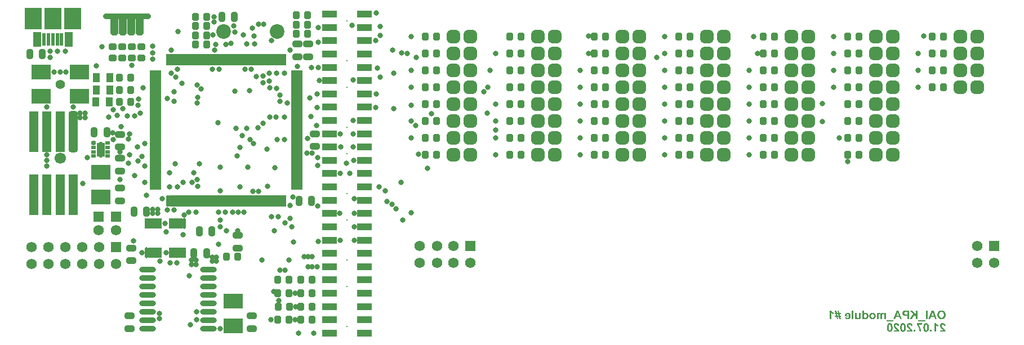
<source format=gts>
G04*
G04 #@! TF.GenerationSoftware,Altium Limited,Altium Designer,20.1.11 (218)*
G04*
G04 Layer_Color=8388736*
%FSAX42Y42*%
%MOMM*%
G71*
G04*
G04 #@! TF.SameCoordinates,7775C1EB-3A37-4DB6-902C-5BA206B129F1*
G04*
G04*
G04 #@! TF.FilePolarity,Negative*
G04*
G01*
G75*
%ADD17C,0.86*%
%ADD18R,1.30X2.20*%
G04:AMPARAMS|DCode=19|XSize=1mm|YSize=1.5mm|CornerRadius=0.3mm|HoleSize=0mm|Usage=FLASHONLY|Rotation=180.000|XOffset=0mm|YOffset=0mm|HoleType=Round|Shape=RoundedRectangle|*
%AMROUNDEDRECTD19*
21,1,1.00,0.90,0,0,180.0*
21,1,0.40,1.50,0,0,180.0*
1,1,0.60,-0.20,0.45*
1,1,0.60,0.20,0.45*
1,1,0.60,0.20,-0.45*
1,1,0.60,-0.20,-0.45*
%
%ADD19ROUNDEDRECTD19*%
%ADD20R,2.30X1.09*%
%ADD21R,0.55X1.80*%
%ADD22O,0.55X1.80*%
%ADD23R,1.80X0.55*%
G04:AMPARAMS|DCode=24|XSize=1mm|YSize=1.5mm|CornerRadius=0.3mm|HoleSize=0mm|Usage=FLASHONLY|Rotation=270.000|XOffset=0mm|YOffset=0mm|HoleType=Round|Shape=RoundedRectangle|*
%AMROUNDEDRECTD24*
21,1,1.00,0.90,0,0,270.0*
21,1,0.40,1.50,0,0,270.0*
1,1,0.60,-0.45,-0.20*
1,1,0.60,-0.45,0.20*
1,1,0.60,0.45,0.20*
1,1,0.60,0.45,-0.20*
%
%ADD24ROUNDEDRECTD24*%
G04:AMPARAMS|DCode=25|XSize=1mm|YSize=1.2mm|CornerRadius=0.3mm|HoleSize=0mm|Usage=FLASHONLY|Rotation=0.000|XOffset=0mm|YOffset=0mm|HoleType=Round|Shape=RoundedRectangle|*
%AMROUNDEDRECTD25*
21,1,1.00,0.60,0,0,0.0*
21,1,0.40,1.20,0,0,0.0*
1,1,0.60,0.20,-0.30*
1,1,0.60,-0.20,-0.30*
1,1,0.60,-0.20,0.30*
1,1,0.60,0.20,0.30*
%
%ADD25ROUNDEDRECTD25*%
G04:AMPARAMS|DCode=26|XSize=1mm|YSize=1.2mm|CornerRadius=0.3mm|HoleSize=0mm|Usage=FLASHONLY|Rotation=270.000|XOffset=0mm|YOffset=0mm|HoleType=Round|Shape=RoundedRectangle|*
%AMROUNDEDRECTD26*
21,1,1.00,0.60,0,0,270.0*
21,1,0.40,1.20,0,0,270.0*
1,1,0.60,-0.30,-0.20*
1,1,0.60,-0.30,0.20*
1,1,0.60,0.30,0.20*
1,1,0.60,0.30,-0.20*
%
%ADD26ROUNDEDRECTD26*%
%ADD27R,3.00X2.20*%
%ADD28R,1.40X6.20*%
G04:AMPARAMS|DCode=29|XSize=6.2mm|YSize=1.4mm|CornerRadius=0.4mm|HoleSize=0mm|Usage=FLASHONLY|Rotation=270.000|XOffset=0mm|YOffset=0mm|HoleType=Round|Shape=RoundedRectangle|*
%AMROUNDEDRECTD29*
21,1,6.20,0.60,0,0,270.0*
21,1,5.40,1.40,0,0,270.0*
1,1,0.80,-0.30,-2.70*
1,1,0.80,-0.30,2.70*
1,1,0.80,0.30,2.70*
1,1,0.80,0.30,-2.70*
%
%ADD29ROUNDEDRECTD29*%
G04:AMPARAMS|DCode=30|XSize=0.6mm|YSize=0.7mm|CornerRadius=0.2mm|HoleSize=0mm|Usage=FLASHONLY|Rotation=90.000|XOffset=0mm|YOffset=0mm|HoleType=Round|Shape=RoundedRectangle|*
%AMROUNDEDRECTD30*
21,1,0.60,0.30,0,0,90.0*
21,1,0.20,0.70,0,0,90.0*
1,1,0.40,0.15,0.10*
1,1,0.40,0.15,-0.10*
1,1,0.40,-0.15,-0.10*
1,1,0.40,-0.15,0.10*
%
%ADD30ROUNDEDRECTD30*%
%ADD31R,0.70X0.60*%
%ADD32R,1.30X2.10*%
%ADD33R,2.60X3.20*%
%ADD34R,0.60X1.95*%
%ADD35R,1.09X1.47*%
G04:AMPARAMS|DCode=36|XSize=2.74mm|YSize=1.12mm|CornerRadius=0mm|HoleSize=0mm|Usage=FLASHONLY|Rotation=90.000|XOffset=0mm|YOffset=0mm|HoleType=Round|Shape=Octagon|*
%AMOCTAGOND36*
4,1,8,0.28,1.37,-0.28,1.37,-0.56,1.09,-0.56,-1.09,-0.28,-1.37,0.28,-1.37,0.56,-1.09,0.56,1.09,0.28,1.37,0.0*
%
%ADD36OCTAGOND36*%

%ADD37R,0.50X1.65*%
G04:AMPARAMS|DCode=38|XSize=0.5mm|YSize=1.65mm|CornerRadius=0.18mm|HoleSize=0mm|Usage=FLASHONLY|Rotation=180.000|XOffset=0mm|YOffset=0mm|HoleType=Round|Shape=RoundedRectangle|*
%AMROUNDEDRECTD38*
21,1,0.50,1.30,0,0,180.0*
21,1,0.15,1.65,0,0,180.0*
1,1,0.35,-0.08,0.65*
1,1,0.35,0.08,0.65*
1,1,0.35,0.08,-0.65*
1,1,0.35,-0.08,-0.65*
%
%ADD38ROUNDEDRECTD38*%
%ADD39O,2.50X0.80*%
G04:AMPARAMS|DCode=40|XSize=1.98mm|YSize=1.98mm|CornerRadius=0.55mm|HoleSize=0mm|Usage=FLASHONLY|Rotation=180.000|XOffset=0mm|YOffset=0mm|HoleType=Round|Shape=RoundedRectangle|*
%AMROUNDEDRECTD40*
21,1,1.98,0.89,0,0,180.0*
21,1,0.89,1.98,0,0,180.0*
1,1,1.09,-0.44,0.44*
1,1,1.09,0.44,0.44*
1,1,1.09,0.44,-0.44*
1,1,1.09,-0.44,-0.44*
%
%ADD40ROUNDEDRECTD40*%
G04:AMPARAMS|DCode=41|XSize=1.98mm|YSize=1.98mm|CornerRadius=0.55mm|HoleSize=0mm|Usage=FLASHONLY|Rotation=270.000|XOffset=0mm|YOffset=0mm|HoleType=Round|Shape=RoundedRectangle|*
%AMROUNDEDRECTD41*
21,1,1.98,0.89,0,0,270.0*
21,1,0.89,1.98,0,0,270.0*
1,1,1.09,-0.44,-0.44*
1,1,1.09,-0.44,0.44*
1,1,1.09,0.44,0.44*
1,1,1.09,0.44,-0.44*
%
%ADD41ROUNDEDRECTD41*%
%ADD42C,0.20*%
%ADD43C,2.20*%
%ADD44C,1.57*%
%ADD45R,1.57X1.57*%
%ADD46C,0.80*%
%ADD47C,1.70*%
%ADD48C,1.40*%
%ADD49C,0.70*%
%ADD50C,1.30*%
G36*
X019322Y003283D02*
X019347D01*
Y003263D01*
X019326D01*
X019331Y003238D01*
X019347D01*
Y003219D01*
X019335D01*
X019342Y003185D01*
X019322D01*
X019316Y003219D01*
X019296D01*
X019303Y003185D01*
X019283D01*
X019277Y003219D01*
X019251D01*
Y003238D01*
X019273D01*
X019267Y003263D01*
X019251D01*
Y003283D01*
X019263D01*
X019257Y003317D01*
X019277D01*
X019283Y003283D01*
X019302D01*
X019296Y003317D01*
X019315D01*
X019322Y003283D01*
D02*
G37*
G36*
X019975Y003281D02*
X019978Y003281D01*
X019980Y003280D01*
X019983Y003279D01*
X019986Y003278D01*
X019988Y003277D01*
X019990Y003276D01*
X019992Y003274D01*
X019994Y003273D01*
X019996Y003271D01*
X019997Y003270D01*
X019998Y003269D01*
X019999Y003268D01*
X020000Y003267D01*
X020000Y003267D01*
X020000Y003267D01*
Y003279D01*
X020023D01*
Y003187D01*
X019998D01*
Y003232D01*
Y003234D01*
X019998Y003236D01*
X019998Y003238D01*
X019998Y003240D01*
X019998Y003242D01*
X019998Y003244D01*
X019998Y003245D01*
X019997Y003246D01*
X019997Y003247D01*
X019997Y003248D01*
X019997Y003249D01*
X019997Y003250D01*
X019997Y003250D01*
X019997Y003251D01*
X019996Y003251D01*
Y003251D01*
X019996Y003253D01*
X019995Y003255D01*
X019994Y003256D01*
X019992Y003257D01*
X019992Y003258D01*
X019991Y003259D01*
X019990Y003259D01*
X019990Y003260D01*
X019990D01*
X019988Y003261D01*
X019986Y003261D01*
X019985Y003262D01*
X019983Y003262D01*
X019982Y003263D01*
X019981Y003263D01*
X019981Y003263D01*
X019980D01*
X019978Y003263D01*
X019977Y003262D01*
X019975Y003262D01*
X019974Y003262D01*
X019973Y003261D01*
X019973Y003261D01*
X019972Y003261D01*
X019972Y003261D01*
X019971Y003260D01*
X019970Y003259D01*
X019970Y003258D01*
X019969Y003257D01*
X019969Y003256D01*
X019969Y003256D01*
X019968Y003255D01*
X019968Y003255D01*
Y003255D01*
X019968Y003254D01*
X019968Y003253D01*
X019968Y003252D01*
X019967Y003251D01*
X019967Y003248D01*
X019967Y003245D01*
X019967Y003243D01*
Y003242D01*
X019967Y003241D01*
Y003240D01*
Y003239D01*
Y003238D01*
Y003238D01*
Y003238D01*
Y003187D01*
X019942D01*
Y003231D01*
Y003234D01*
X019942Y003236D01*
X019942Y003238D01*
X019942Y003240D01*
X019942Y003241D01*
X019942Y003243D01*
X019942Y003244D01*
X019941Y003246D01*
X019941Y003247D01*
X019941Y003248D01*
X019941Y003249D01*
X019941Y003249D01*
X019941Y003250D01*
X019941Y003250D01*
X019940Y003250D01*
Y003250D01*
X019940Y003252D01*
X019939Y003254D01*
X019937Y003256D01*
X019936Y003257D01*
X019935Y003258D01*
X019935Y003259D01*
X019934Y003259D01*
X019934Y003260D01*
X019934D01*
X019932Y003261D01*
X019930Y003261D01*
X019929Y003262D01*
X019927Y003262D01*
X019926Y003263D01*
X019925Y003263D01*
X019924D01*
X019923Y003263D01*
X019922Y003263D01*
X019921Y003262D01*
X019920Y003262D01*
X019918Y003261D01*
X019916Y003260D01*
X019915Y003259D01*
X019914Y003258D01*
X019914Y003258D01*
X019914Y003258D01*
X019914Y003258D01*
Y003257D01*
X019913Y003257D01*
X019913Y003256D01*
X019913Y003254D01*
X019912Y003253D01*
X019912Y003250D01*
X019911Y003247D01*
X019911Y003246D01*
X019911Y003244D01*
Y003243D01*
X019911Y003242D01*
Y003241D01*
Y003240D01*
Y003240D01*
Y003240D01*
Y003187D01*
X019887D01*
Y003246D01*
Y003248D01*
X019887Y003251D01*
X019887Y003253D01*
X019887Y003255D01*
X019887Y003256D01*
X019887Y003258D01*
X019888Y003259D01*
X019888Y003261D01*
X019888Y003262D01*
X019888Y003263D01*
X019889Y003263D01*
X019889Y003264D01*
X019889Y003265D01*
X019889Y003265D01*
X019889Y003265D01*
Y003265D01*
X019891Y003268D01*
X019892Y003269D01*
X019892Y003270D01*
X019893Y003272D01*
X019894Y003273D01*
X019895Y003273D01*
X019896Y003274D01*
X019897Y003275D01*
X019897Y003276D01*
X019898Y003276D01*
X019899Y003277D01*
X019899Y003277D01*
X019899Y003277D01*
X019900Y003277D01*
X019900D01*
X019901Y003278D01*
X019903Y003279D01*
X019905Y003280D01*
X019908Y003281D01*
X019911Y003281D01*
X019912Y003281D01*
X019913Y003281D01*
X019914Y003281D01*
X019915D01*
X019916Y003282D01*
X019917D01*
X019920Y003281D01*
X019923Y003281D01*
X019925Y003280D01*
X019927Y003280D01*
X019928Y003280D01*
X019929Y003279D01*
X019930Y003279D01*
X019930Y003279D01*
X019931Y003278D01*
X019931Y003278D01*
X019932Y003278D01*
X019932Y003278D01*
X019932D01*
X019935Y003276D01*
X019937Y003274D01*
X019939Y003273D01*
X019941Y003271D01*
X019942Y003270D01*
X019943Y003269D01*
X019944Y003269D01*
X019944Y003268D01*
X019945Y003267D01*
X019945Y003267D01*
X019945Y003267D01*
X019945Y003267D01*
X019947Y003269D01*
X019949Y003272D01*
X019951Y003273D01*
X019952Y003275D01*
X019954Y003276D01*
X019954Y003277D01*
X019955Y003277D01*
X019955Y003277D01*
X019956Y003278D01*
X019956Y003278D01*
X019956D01*
X019959Y003279D01*
X019961Y003280D01*
X019964Y003281D01*
X019966Y003281D01*
X019967Y003281D01*
X019968Y003281D01*
X019969Y003281D01*
X019970D01*
X019971Y003282D01*
X019971D01*
X019975Y003281D01*
D02*
G37*
G36*
X019200Y003313D02*
X019201Y003311D01*
X019202Y003309D01*
X019203Y003307D01*
X019204Y003305D01*
X019206Y003304D01*
X019207Y003302D01*
X019208Y003300D01*
X019209Y003299D01*
X019211Y003298D01*
X019212Y003297D01*
X019213Y003296D01*
X019213Y003296D01*
X019214Y003295D01*
X019214Y003295D01*
X019214Y003295D01*
X019216Y003293D01*
X019219Y003292D01*
X019220Y003290D01*
X019222Y003289D01*
X019224Y003288D01*
X019226Y003287D01*
X019227Y003286D01*
X019229Y003285D01*
X019230Y003285D01*
X019232Y003284D01*
X019233Y003284D01*
X019234Y003283D01*
X019234Y003283D01*
X019235Y003283D01*
X019235Y003283D01*
X019235D01*
Y003261D01*
X019232Y003262D01*
X019229Y003263D01*
X019225Y003265D01*
X019223Y003266D01*
X019220Y003267D01*
X019217Y003269D01*
X019215Y003271D01*
X019213Y003272D01*
X019210Y003273D01*
X019209Y003275D01*
X019207Y003276D01*
X019206Y003277D01*
X019205Y003278D01*
X019204Y003279D01*
X019204Y003279D01*
X019203Y003279D01*
Y003187D01*
X019179D01*
Y003315D01*
X019199D01*
X019200Y003313D01*
D02*
G37*
G36*
X020497Y003187D02*
X020471D01*
Y003225D01*
X020451Y003247D01*
X020415Y003187D01*
X020382D01*
X020433Y003265D01*
X020384Y003315D01*
X020419D01*
X020471Y003258D01*
Y003315D01*
X020497D01*
Y003187D01*
D02*
G37*
G36*
X019644Y003221D02*
Y003218D01*
X019644Y003216D01*
X019644Y003214D01*
X019644Y003212D01*
X019644Y003210D01*
X019643Y003208D01*
X019643Y003207D01*
X019643Y003206D01*
X019642Y003204D01*
X019642Y003203D01*
X019642Y003202D01*
X019642Y003202D01*
X019641Y003201D01*
X019641Y003201D01*
X019641Y003200D01*
Y003200D01*
X019640Y003199D01*
X019640Y003198D01*
X019638Y003195D01*
X019636Y003193D01*
X019634Y003192D01*
X019633Y003190D01*
X019632Y003190D01*
X019632Y003189D01*
X019631Y003189D01*
X019631Y003189D01*
X019630Y003189D01*
X019630Y003189D01*
X019629Y003188D01*
X019627Y003187D01*
X019625Y003186D01*
X019622Y003186D01*
X019619Y003185D01*
X019618Y003185D01*
X019617Y003185D01*
X019616Y003185D01*
X019615D01*
X019614Y003185D01*
X019614D01*
X019612Y003185D01*
X019610Y003185D01*
X019607Y003185D01*
X019604Y003186D01*
X019603Y003186D01*
X019601Y003187D01*
X019600Y003187D01*
X019599Y003187D01*
X019598Y003188D01*
X019598Y003188D01*
X019597Y003189D01*
X019596Y003189D01*
X019596Y003189D01*
X019596D01*
X019593Y003191D01*
X019590Y003192D01*
X019588Y003194D01*
X019587Y003195D01*
X019586Y003196D01*
X019585Y003197D01*
X019585Y003198D01*
X019584Y003199D01*
X019584Y003199D01*
X019583Y003200D01*
X019583Y003200D01*
X019583Y003201D01*
X019583Y003201D01*
Y003187D01*
X019560D01*
Y003279D01*
X019584D01*
Y003240D01*
Y003237D01*
X019585Y003234D01*
X019585Y003231D01*
X019585Y003228D01*
X019585Y003226D01*
X019585Y003224D01*
X019585Y003222D01*
X019585Y003220D01*
X019586Y003219D01*
X019586Y003218D01*
X019586Y003217D01*
X019586Y003216D01*
X019586Y003216D01*
X019586Y003216D01*
X019586Y003215D01*
Y003215D01*
X019587Y003213D01*
X019588Y003212D01*
X019589Y003210D01*
X019590Y003209D01*
X019591Y003208D01*
X019592Y003207D01*
X019593Y003207D01*
X019593Y003207D01*
X019593Y003207D01*
X019593D01*
X019595Y003206D01*
X019597Y003205D01*
X019599Y003204D01*
X019601Y003204D01*
X019602Y003204D01*
X019603Y003203D01*
X019603D01*
X019604Y003203D01*
X019604D01*
X019606Y003203D01*
X019608Y003204D01*
X019610Y003204D01*
X019611Y003205D01*
X019612Y003205D01*
X019613Y003206D01*
X019613Y003206D01*
X019614Y003206D01*
X019615Y003207D01*
X019616Y003208D01*
X019617Y003209D01*
X019617Y003210D01*
X019618Y003211D01*
X019618Y003212D01*
X019618Y003213D01*
X019618Y003213D01*
Y003213D01*
X019619Y003214D01*
X019619Y003215D01*
X019619Y003217D01*
X019619Y003219D01*
X019619Y003220D01*
X019620Y003222D01*
X019620Y003227D01*
X019620Y003229D01*
Y003230D01*
X019620Y003232D01*
Y003234D01*
Y003235D01*
Y003236D01*
Y003236D01*
Y003237D01*
Y003237D01*
Y003237D01*
Y003279D01*
X019644D01*
Y003221D01*
D02*
G37*
G36*
X019453Y003281D02*
X019456Y003281D01*
X019459Y003280D01*
X019462Y003279D01*
X019465Y003278D01*
X019467Y003277D01*
X019470Y003276D01*
X019472Y003275D01*
X019474Y003274D01*
X019475Y003273D01*
X019477Y003271D01*
X019478Y003270D01*
X019479Y003270D01*
X019480Y003269D01*
X019480Y003269D01*
X019480Y003268D01*
X019482Y003266D01*
X019484Y003263D01*
X019486Y003260D01*
X019487Y003257D01*
X019488Y003254D01*
X019489Y003251D01*
X019490Y003248D01*
X019491Y003245D01*
X019491Y003243D01*
X019491Y003240D01*
X019492Y003238D01*
X019492Y003236D01*
X019492Y003235D01*
Y003235D01*
Y003234D01*
X019492Y003233D01*
Y003233D01*
Y003233D01*
Y003232D01*
Y003232D01*
X019492Y003229D01*
X019492Y003225D01*
X019491Y003222D01*
X019491Y003219D01*
X019490Y003216D01*
X019489Y003214D01*
X019488Y003211D01*
X019487Y003209D01*
X019487Y003207D01*
X019486Y003205D01*
X019485Y003204D01*
X019484Y003203D01*
X019484Y003202D01*
X019483Y003201D01*
X019483Y003201D01*
X019483Y003200D01*
X019481Y003198D01*
X019478Y003195D01*
X019475Y003193D01*
X019473Y003191D01*
X019470Y003190D01*
X019467Y003189D01*
X019464Y003187D01*
X019461Y003187D01*
X019458Y003186D01*
X019455Y003185D01*
X019453Y003185D01*
X019451Y003185D01*
X019450Y003185D01*
X019449Y003185D01*
X019449D01*
X019448Y003185D01*
X019447D01*
X019444Y003185D01*
X019442Y003185D01*
X019439Y003185D01*
X019437Y003186D01*
X019435Y003186D01*
X019432Y003187D01*
X019431Y003187D01*
X019429Y003188D01*
X019427Y003189D01*
X019426Y003189D01*
X019425Y003190D01*
X019424Y003190D01*
X019423Y003191D01*
X019422Y003191D01*
X019422Y003191D01*
X019422Y003192D01*
X019420Y003193D01*
X019418Y003194D01*
X019417Y003196D01*
X019415Y003198D01*
X019414Y003199D01*
X019413Y003201D01*
X019411Y003203D01*
X019410Y003205D01*
X019410Y003206D01*
X019409Y003207D01*
X019408Y003209D01*
X019408Y003210D01*
X019407Y003211D01*
X019407Y003212D01*
X019407Y003212D01*
X019407Y003212D01*
X019431Y003216D01*
X019432Y003214D01*
X019433Y003212D01*
X019434Y003210D01*
X019435Y003208D01*
X019436Y003207D01*
X019437Y003207D01*
X019437Y003206D01*
X019437Y003206D01*
X019437D01*
X019439Y003205D01*
X019440Y003204D01*
X019442Y003204D01*
X019443Y003203D01*
X019445Y003203D01*
X019446Y003203D01*
X019446Y003203D01*
X019447D01*
X019448Y003203D01*
X019450Y003203D01*
X019451Y003203D01*
X019453Y003204D01*
X019455Y003205D01*
X019456Y003205D01*
X019457Y003206D01*
X019458Y003207D01*
X019459Y003207D01*
X019460Y003208D01*
X019460Y003208D01*
X019461Y003208D01*
X019461Y003209D01*
X019461Y003209D01*
X019461Y003209D01*
X019462Y003210D01*
X019463Y003211D01*
X019464Y003213D01*
X019464Y003214D01*
X019465Y003216D01*
X019465Y003217D01*
X019466Y003220D01*
X019466Y003221D01*
X019467Y003222D01*
X019467Y003223D01*
X019467Y003224D01*
Y003225D01*
X019467Y003225D01*
Y003226D01*
Y003226D01*
X019405D01*
X019406Y003231D01*
X019406Y003236D01*
X019406Y003240D01*
X019407Y003244D01*
X019408Y003248D01*
X019409Y003252D01*
X019410Y003255D01*
X019411Y003257D01*
X019412Y003260D01*
X019413Y003262D01*
X019414Y003264D01*
X019415Y003265D01*
X019416Y003266D01*
X019416Y003267D01*
X019417Y003268D01*
X019417Y003268D01*
X019419Y003270D01*
X019422Y003272D01*
X019424Y003274D01*
X019427Y003276D01*
X019430Y003277D01*
X019433Y003278D01*
X019435Y003279D01*
X019438Y003280D01*
X019440Y003280D01*
X019442Y003281D01*
X019444Y003281D01*
X019446Y003281D01*
X019448Y003281D01*
X019448D01*
X019449Y003282D01*
X019450D01*
X019453Y003281D01*
D02*
G37*
G36*
X020789Y003187D02*
X020761D01*
X020751Y003216D01*
X020700D01*
X020688Y003187D01*
X020660D01*
X020712Y003315D01*
X020739D01*
X020789Y003187D01*
D02*
G37*
G36*
X020647D02*
X020622D01*
Y003315D01*
X020647D01*
Y003187D01*
D02*
G37*
G36*
X020368D02*
X020343D01*
Y003235D01*
X020323D01*
X020320Y003235D01*
X020317Y003235D01*
X020314Y003235D01*
X020312Y003235D01*
X020310Y003236D01*
X020308Y003236D01*
X020306Y003236D01*
X020304Y003236D01*
X020303Y003236D01*
X020302Y003236D01*
X020301Y003236D01*
X020300Y003237D01*
X020300Y003237D01*
X020299Y003237D01*
X020299D01*
X020297Y003237D01*
X020294Y003238D01*
X020292Y003239D01*
X020290Y003240D01*
X020289Y003241D01*
X020288Y003241D01*
X020288Y003242D01*
X020287Y003242D01*
X020286Y003242D01*
X020286Y003243D01*
X020286Y003243D01*
X020286Y003243D01*
X020283Y003245D01*
X020281Y003247D01*
X020279Y003249D01*
X020278Y003251D01*
X020277Y003253D01*
X020276Y003254D01*
X020276Y003254D01*
X020275Y003255D01*
X020275Y003255D01*
X020275Y003255D01*
X020275Y003255D01*
X020274Y003257D01*
X020273Y003259D01*
X020272Y003262D01*
X020272Y003265D01*
X020271Y003267D01*
X020271Y003268D01*
X020271Y003270D01*
X020271Y003271D01*
X020271Y003272D01*
Y003273D01*
X020271Y003274D01*
Y003275D01*
Y003275D01*
Y003275D01*
X020271Y003278D01*
X020271Y003281D01*
X020271Y003283D01*
X020272Y003286D01*
X020272Y003288D01*
X020273Y003290D01*
X020274Y003292D01*
X020274Y003293D01*
X020275Y003295D01*
X020276Y003296D01*
X020276Y003298D01*
X020277Y003298D01*
X020277Y003299D01*
X020278Y003300D01*
X020278Y003300D01*
X020278Y003300D01*
X020279Y003302D01*
X020281Y003304D01*
X020283Y003305D01*
X020284Y003306D01*
X020286Y003307D01*
X020287Y003308D01*
X020289Y003309D01*
X020290Y003310D01*
X020291Y003311D01*
X020293Y003311D01*
X020294Y003312D01*
X020295Y003312D01*
X020295Y003312D01*
X020296Y003313D01*
X020296Y003313D01*
X020296D01*
X020297Y003313D01*
X020298Y003313D01*
X020300Y003313D01*
X020302Y003314D01*
X020304Y003314D01*
X020307Y003314D01*
X020309Y003314D01*
X020315Y003314D01*
X020317Y003315D01*
X020319Y003315D01*
X020321D01*
X020323Y003315D01*
X020368D01*
Y003187D01*
D02*
G37*
G36*
X020262D02*
X020235D01*
X020224Y003216D01*
X020173Y003216D01*
X020162Y003187D01*
X020134D01*
X020185Y003315D01*
X020213Y003315D01*
X020262Y003187D01*
D02*
G37*
G36*
X019535Y003187D02*
X019510D01*
Y003315D01*
X019535D01*
Y003187D01*
D02*
G37*
G36*
X019823Y003281D02*
X019825Y003281D01*
X019827Y003281D01*
X019830Y003281D01*
X019832Y003280D01*
X019834Y003280D01*
X019836Y003279D01*
X019838Y003278D01*
X019839Y003278D01*
X019841Y003277D01*
X019842Y003277D01*
X019843Y003276D01*
X019844Y003276D01*
X019844Y003276D01*
X019845Y003276D01*
X019845Y003275D01*
X019847Y003274D01*
X019849Y003273D01*
X019850Y003272D01*
X019852Y003270D01*
X019854Y003269D01*
X019855Y003267D01*
X019856Y003266D01*
X019857Y003264D01*
X019859Y003263D01*
X019859Y003262D01*
X019860Y003261D01*
X019861Y003260D01*
X019861Y003259D01*
X019862Y003258D01*
X019862Y003258D01*
X019862Y003258D01*
X019863Y003256D01*
X019864Y003254D01*
X019865Y003252D01*
X019865Y003249D01*
X019866Y003247D01*
X019866Y003245D01*
X019867Y003244D01*
X019867Y003242D01*
X019867Y003240D01*
X019868Y003239D01*
X019868Y003238D01*
X019868Y003236D01*
X019868Y003236D01*
Y003235D01*
Y003235D01*
Y003234D01*
X019868Y003231D01*
X019868Y003229D01*
X019867Y003226D01*
X019867Y003223D01*
X019866Y003221D01*
X019866Y003219D01*
X019865Y003217D01*
X019865Y003215D01*
X019864Y003213D01*
X019864Y003212D01*
X019863Y003210D01*
X019863Y003209D01*
X019862Y003208D01*
X019862Y003208D01*
X019862Y003207D01*
X019862Y003207D01*
X019861Y003205D01*
X019859Y003203D01*
X019858Y003202D01*
X019857Y003200D01*
X019855Y003198D01*
X019854Y003197D01*
X019852Y003196D01*
X019851Y003195D01*
X019849Y003194D01*
X019848Y003193D01*
X019847Y003192D01*
X019846Y003191D01*
X019845Y003191D01*
X019845Y003191D01*
X019844Y003190D01*
X019844Y003190D01*
X019842Y003189D01*
X019840Y003189D01*
X019838Y003188D01*
X019836Y003187D01*
X019834Y003186D01*
X019832Y003186D01*
X019830Y003186D01*
X019828Y003185D01*
X019826Y003185D01*
X019825Y003185D01*
X019823Y003185D01*
X019822Y003185D01*
X019821Y003185D01*
X019820D01*
X019816Y003185D01*
X019813Y003185D01*
X019809Y003186D01*
X019806Y003187D01*
X019803Y003188D01*
X019800Y003189D01*
X019797Y003190D01*
X019795Y003192D01*
X019793Y003193D01*
X019791Y003194D01*
X019790Y003195D01*
X019788Y003196D01*
X019787Y003197D01*
X019786Y003198D01*
X019786Y003198D01*
X019786Y003198D01*
X019783Y003201D01*
X019781Y003204D01*
X019779Y003207D01*
X019778Y003210D01*
X019777Y003213D01*
X019775Y003216D01*
X019775Y003218D01*
X019774Y003221D01*
X019773Y003224D01*
X019773Y003226D01*
X019773Y003228D01*
X019772Y003230D01*
X019772Y003231D01*
Y003232D01*
X019772Y003232D01*
Y003233D01*
Y003233D01*
Y003233D01*
Y003233D01*
X019772Y003237D01*
X019773Y003241D01*
X019773Y003244D01*
X019774Y003247D01*
X019775Y003251D01*
X019776Y003253D01*
X019778Y003256D01*
X019779Y003258D01*
X019780Y003261D01*
X019781Y003262D01*
X019783Y003264D01*
X019784Y003265D01*
X019784Y003266D01*
X019785Y003267D01*
X019785Y003268D01*
X019786Y003268D01*
X019788Y003270D01*
X019791Y003272D01*
X019794Y003274D01*
X019797Y003276D01*
X019800Y003277D01*
X019802Y003278D01*
X019805Y003279D01*
X019808Y003280D01*
X019810Y003280D01*
X019813Y003281D01*
X019815Y003281D01*
X019817Y003281D01*
X019818Y003281D01*
X019819D01*
X019819Y003282D01*
X019820D01*
X019823Y003281D01*
D02*
G37*
G36*
X019692Y003269D02*
X019695Y003271D01*
X019697Y003273D01*
X019699Y003275D01*
X019701Y003276D01*
X019704Y003277D01*
X019706Y003278D01*
X019708Y003279D01*
X019710Y003280D01*
X019712Y003280D01*
X019714Y003281D01*
X019715Y003281D01*
X019717Y003281D01*
X019718Y003281D01*
X019719Y003282D01*
X019719D01*
X019723Y003281D01*
X019725Y003281D01*
X019728Y003280D01*
X019731Y003280D01*
X019733Y003279D01*
X019736Y003278D01*
X019738Y003277D01*
X019740Y003275D01*
X019742Y003274D01*
X019743Y003273D01*
X019744Y003272D01*
X019745Y003271D01*
X019746Y003270D01*
X019747Y003270D01*
X019747Y003269D01*
X019747Y003269D01*
X019749Y003267D01*
X019751Y003264D01*
X019753Y003261D01*
X019754Y003258D01*
X019755Y003255D01*
X019756Y003252D01*
X019757Y003250D01*
X019757Y003247D01*
X019758Y003244D01*
X019758Y003241D01*
X019758Y003239D01*
X019758Y003237D01*
X019758Y003236D01*
Y003236D01*
X019758Y003235D01*
Y003234D01*
Y003234D01*
Y003234D01*
Y003233D01*
Y003233D01*
X019758Y003229D01*
X019758Y003225D01*
X019757Y003222D01*
X019757Y003218D01*
X019756Y003215D01*
X019755Y003212D01*
X019754Y003209D01*
X019753Y003207D01*
X019752Y003205D01*
X019751Y003203D01*
X019750Y003201D01*
X019749Y003200D01*
X019748Y003199D01*
X019748Y003198D01*
X019747Y003198D01*
X019747Y003197D01*
X019745Y003195D01*
X019743Y003193D01*
X019740Y003192D01*
X019738Y003190D01*
X019736Y003189D01*
X019733Y003188D01*
X019731Y003187D01*
X019729Y003186D01*
X019727Y003186D01*
X019725Y003185D01*
X019724Y003185D01*
X019722Y003185D01*
X019721Y003185D01*
X019720Y003185D01*
X019720D01*
X019717Y003185D01*
X019714Y003185D01*
X019711Y003186D01*
X019709Y003187D01*
X019708Y003187D01*
X019707Y003187D01*
X019706Y003188D01*
X019705Y003188D01*
X019705Y003188D01*
X019705Y003188D01*
X019704Y003189D01*
X019704D01*
X019703Y003189D01*
X019701Y003190D01*
X019699Y003192D01*
X019697Y003194D01*
X019694Y003196D01*
X019694Y003197D01*
X019693Y003198D01*
X019692Y003198D01*
X019692Y003199D01*
X019691Y003200D01*
X019691Y003200D01*
X019691Y003200D01*
X019691Y003200D01*
Y003187D01*
X019668D01*
Y003315D01*
X019692D01*
Y003269D01*
D02*
G37*
G36*
X020861Y003317D02*
X020864Y003317D01*
X020866Y003316D01*
X020869Y003316D01*
X020871Y003316D01*
X020874Y003315D01*
X020876Y003315D01*
X020878Y003314D01*
X020880Y003314D01*
X020881Y003313D01*
X020882Y003313D01*
X020884Y003313D01*
X020884Y003312D01*
X020885Y003312D01*
X020886Y003312D01*
X020886Y003312D01*
X020887Y003311D01*
X020889Y003310D01*
X020892Y003308D01*
X020895Y003306D01*
X020896Y003305D01*
X020897Y003305D01*
X020898Y003304D01*
X020899Y003303D01*
X020900Y003302D01*
X020901Y003301D01*
X020902Y003301D01*
X020902Y003301D01*
X020902Y003300D01*
X020902Y003300D01*
X020905Y003297D01*
X020907Y003294D01*
X020909Y003291D01*
X020911Y003289D01*
X020912Y003287D01*
X020912Y003286D01*
X020913Y003285D01*
X020913Y003284D01*
X020914Y003284D01*
X020914Y003283D01*
X020914Y003283D01*
X020914Y003283D01*
X020915Y003280D01*
X020916Y003277D01*
X020917Y003275D01*
X020918Y003272D01*
X020918Y003269D01*
X020919Y003266D01*
X020919Y003264D01*
X020919Y003261D01*
X020920Y003259D01*
X020920Y003257D01*
X020920Y003255D01*
X020920Y003253D01*
X020920Y003252D01*
Y003251D01*
Y003251D01*
Y003250D01*
Y003250D01*
Y003250D01*
Y003250D01*
X020920Y003247D01*
X020920Y003244D01*
X020919Y003239D01*
X020918Y003234D01*
X020917Y003229D01*
X020916Y003225D01*
X020915Y003221D01*
X020913Y003218D01*
X020912Y003214D01*
X020910Y003212D01*
X020909Y003210D01*
X020909Y003209D01*
X020908Y003208D01*
X020907Y003207D01*
X020906Y003206D01*
X020906Y003205D01*
X020905Y003204D01*
X020905Y003204D01*
X020904Y003203D01*
X020904Y003203D01*
X020904Y003202D01*
X020903Y003202D01*
X020903Y003202D01*
Y003202D01*
X020902Y003200D01*
X020900Y003199D01*
X020898Y003197D01*
X020896Y003196D01*
X020893Y003194D01*
X020889Y003192D01*
X020885Y003190D01*
X020881Y003189D01*
X020878Y003188D01*
X020874Y003187D01*
X020871Y003186D01*
X020868Y003185D01*
X020866Y003185D01*
X020865Y003185D01*
X020864Y003185D01*
X020862Y003185D01*
X020861Y003185D01*
X020861Y003185D01*
X020860D01*
X020859Y003185D01*
X020858D01*
X020855Y003185D01*
X020853Y003185D01*
X020848Y003185D01*
X020843Y003186D01*
X020839Y003187D01*
X020835Y003189D01*
X020831Y003190D01*
X020828Y003192D01*
X020825Y003193D01*
X020822Y003195D01*
X020820Y003196D01*
X020817Y003198D01*
X020816Y003199D01*
X020815Y003200D01*
X020815Y003200D01*
X020814Y003201D01*
X020813Y003201D01*
X020813Y003202D01*
X020813Y003202D01*
X020813Y003202D01*
X020813Y003202D01*
X020811Y003204D01*
X020810Y003205D01*
X020808Y003207D01*
X020807Y003209D01*
X020805Y003213D01*
X020803Y003217D01*
X020801Y003221D01*
X020800Y003225D01*
X020799Y003229D01*
X020798Y003233D01*
X020797Y003236D01*
X020797Y003240D01*
X020796Y003241D01*
X020796Y003243D01*
X020796Y003244D01*
X020796Y003245D01*
X020796Y003246D01*
X020796Y003247D01*
Y003248D01*
X020796Y003249D01*
Y003250D01*
Y003250D01*
Y003250D01*
Y003250D01*
Y003253D01*
X020796Y003256D01*
X020797Y003262D01*
X020797Y003267D01*
X020799Y003271D01*
X020800Y003276D01*
X020801Y003280D01*
X020803Y003283D01*
X020804Y003287D01*
X020805Y003288D01*
X020806Y003289D01*
X020807Y003291D01*
X020807Y003292D01*
X020808Y003293D01*
X020809Y003294D01*
X020810Y003295D01*
X020810Y003296D01*
X020811Y003297D01*
X020811Y003297D01*
X020812Y003298D01*
X020812Y003298D01*
X020812Y003299D01*
X020813Y003299D01*
X020813Y003299D01*
X020813Y003299D01*
X020815Y003301D01*
X020816Y003302D01*
X020818Y003304D01*
X020820Y003305D01*
X020823Y003307D01*
X020827Y003309D01*
X020831Y003311D01*
X020835Y003313D01*
X020838Y003314D01*
X020842Y003315D01*
X020845Y003315D01*
X020848Y003316D01*
X020850Y003316D01*
X020851Y003316D01*
X020852Y003316D01*
X020853Y003317D01*
X020855Y003317D01*
X020855Y003317D01*
X020856D01*
X020857Y003317D01*
X020858D01*
X020861Y003317D01*
D02*
G37*
G36*
X020612Y003151D02*
X020510D01*
Y003167D01*
X020612D01*
Y003151D01*
D02*
G37*
G36*
X020135Y003151D02*
X020033D01*
Y003167D01*
X020135D01*
Y003151D01*
D02*
G37*
G36*
X020878Y003126D02*
X020881Y003125D01*
X020884Y003125D01*
X020887Y003124D01*
X020889Y003124D01*
X020891Y003123D01*
X020894Y003122D01*
X020896Y003121D01*
X020897Y003121D01*
X020899Y003120D01*
X020900Y003119D01*
X020902Y003118D01*
X020902Y003118D01*
X020903Y003117D01*
X020903Y003117D01*
X020904Y003117D01*
X020906Y003115D01*
X020907Y003113D01*
X020909Y003111D01*
X020910Y003109D01*
X020912Y003106D01*
X020913Y003104D01*
X020914Y003102D01*
X020915Y003099D01*
X020915Y003097D01*
X020916Y003095D01*
X020916Y003093D01*
X020917Y003091D01*
X020917Y003090D01*
X020917Y003089D01*
X020917Y003089D01*
Y003088D01*
X020917Y003088D01*
Y003088D01*
Y003088D01*
X020893Y003086D01*
X020893Y003087D01*
X020892Y003089D01*
X020892Y003091D01*
X020892Y003092D01*
X020891Y003094D01*
X020891Y003095D01*
X020890Y003096D01*
X020890Y003097D01*
X020889Y003098D01*
X020889Y003099D01*
X020889Y003099D01*
X020888Y003100D01*
X020888Y003100D01*
X020888Y003101D01*
X020888Y003101D01*
X020888Y003101D01*
X020887Y003102D01*
X020886Y003102D01*
X020885Y003103D01*
X020884Y003104D01*
X020882Y003104D01*
X020880Y003105D01*
X020878Y003105D01*
X020877Y003105D01*
X020877D01*
X020876Y003106D01*
X020875D01*
X020874Y003105D01*
X020872Y003105D01*
X020870Y003105D01*
X020868Y003104D01*
X020866Y003103D01*
X020866Y003103D01*
X020865Y003102D01*
X020864Y003102D01*
X020864Y003102D01*
X020864Y003101D01*
X020863Y003101D01*
X020863Y003101D01*
X020863Y003101D01*
X020862Y003100D01*
X020862Y003099D01*
X020860Y003097D01*
X020860Y003095D01*
X020859Y003093D01*
X020859Y003091D01*
X020859Y003091D01*
Y003090D01*
X020859Y003089D01*
Y003089D01*
Y003089D01*
Y003088D01*
X020859Y003087D01*
X020859Y003086D01*
X020859Y003083D01*
X020860Y003080D01*
X020861Y003078D01*
X020862Y003077D01*
X020862Y003076D01*
X020862Y003075D01*
X020863Y003075D01*
X020863Y003074D01*
X020864Y003074D01*
X020864Y003074D01*
X020864Y003073D01*
X020865Y003072D01*
X020866Y003071D01*
X020867Y003069D01*
X020869Y003068D01*
X020870Y003066D01*
X020872Y003064D01*
X020875Y003061D01*
X020877Y003059D01*
X020879Y003058D01*
X020880Y003056D01*
X020881Y003055D01*
X020882Y003054D01*
X020883Y003053D01*
X020884Y003053D01*
X020884Y003053D01*
X020884Y003053D01*
X020888Y003049D01*
X020891Y003046D01*
X020894Y003043D01*
X020897Y003040D01*
X020900Y003037D01*
X020902Y003034D01*
X020904Y003032D01*
X020906Y003030D01*
X020907Y003028D01*
X020908Y003026D01*
X020909Y003025D01*
X020910Y003024D01*
X020911Y003023D01*
X020911Y003022D01*
X020912Y003022D01*
X020912Y003022D01*
X020913Y003020D01*
X020914Y003017D01*
X020915Y003015D01*
X020916Y003013D01*
X020917Y003011D01*
X020917Y003009D01*
X020918Y003007D01*
X020918Y003005D01*
X020919Y003004D01*
X020919Y003002D01*
X020919Y003001D01*
X020920Y003000D01*
X020920Y002999D01*
X020920Y002998D01*
X020920Y002998D01*
Y002997D01*
X020834D01*
Y003020D01*
X020883D01*
X020882Y003021D01*
X020881Y003023D01*
X020880Y003024D01*
X020880Y003025D01*
X020879Y003026D01*
X020878Y003026D01*
X020878Y003027D01*
X020878Y003027D01*
X020877Y003028D01*
X020876Y003029D01*
X020875Y003030D01*
X020874Y003031D01*
X020872Y003033D01*
X020869Y003035D01*
X020868Y003036D01*
X020867Y003038D01*
X020866Y003038D01*
X020865Y003039D01*
X020864Y003040D01*
X020864Y003041D01*
X020863Y003041D01*
X020863Y003041D01*
X020861Y003043D01*
X020859Y003045D01*
X020857Y003047D01*
X020856Y003048D01*
X020854Y003050D01*
X020853Y003051D01*
X020852Y003052D01*
X020851Y003053D01*
X020850Y003054D01*
X020849Y003055D01*
X020848Y003056D01*
X020848Y003056D01*
X020847Y003057D01*
X020847Y003057D01*
X020847Y003057D01*
X020847Y003057D01*
X020845Y003061D01*
X020843Y003064D01*
X020841Y003066D01*
X020840Y003068D01*
X020840Y003069D01*
X020839Y003070D01*
X020839Y003071D01*
X020838Y003072D01*
X020838Y003072D01*
X020838Y003073D01*
X020837Y003073D01*
X020837Y003074D01*
Y003074D01*
X020836Y003077D01*
X020835Y003080D01*
X020835Y003082D01*
X020834Y003085D01*
X020834Y003086D01*
X020834Y003087D01*
X020834Y003088D01*
X020834Y003089D01*
Y003089D01*
Y003090D01*
Y003090D01*
Y003090D01*
X020834Y003093D01*
X020834Y003096D01*
X020835Y003098D01*
X020836Y003101D01*
X020837Y003103D01*
X020837Y003105D01*
X020838Y003107D01*
X020839Y003109D01*
X020840Y003110D01*
X020842Y003112D01*
X020842Y003113D01*
X020843Y003114D01*
X020844Y003115D01*
X020844Y003115D01*
X020845Y003115D01*
X020845Y003116D01*
X020847Y003117D01*
X020849Y003119D01*
X020852Y003120D01*
X020854Y003121D01*
X020857Y003123D01*
X020859Y003123D01*
X020862Y003124D01*
X020864Y003125D01*
X020866Y003125D01*
X020868Y003125D01*
X020870Y003126D01*
X020872Y003126D01*
X020873Y003126D01*
X020874Y003126D01*
X020875D01*
X020878Y003126D01*
D02*
G37*
G36*
X020381D02*
X020384Y003125D01*
X020387Y003125D01*
X020390Y003124D01*
X020392Y003124D01*
X020395Y003123D01*
X020397Y003122D01*
X020399Y003121D01*
X020400Y003121D01*
X020402Y003120D01*
X020403Y003119D01*
X020405Y003118D01*
X020405Y003118D01*
X020406Y003117D01*
X020407Y003117D01*
X020407Y003117D01*
X020409Y003115D01*
X020411Y003113D01*
X020412Y003111D01*
X020414Y003109D01*
X020415Y003106D01*
X020416Y003104D01*
X020417Y003102D01*
X020418Y003099D01*
X020418Y003097D01*
X020419Y003095D01*
X020419Y003093D01*
X020420Y003091D01*
X020420Y003090D01*
X020420Y003089D01*
X020420Y003089D01*
Y003088D01*
X020420Y003088D01*
Y003088D01*
Y003088D01*
X020396Y003086D01*
X020396Y003087D01*
X020395Y003089D01*
X020395Y003091D01*
X020395Y003092D01*
X020394Y003094D01*
X020394Y003095D01*
X020393Y003096D01*
X020393Y003097D01*
X020393Y003098D01*
X020392Y003099D01*
X020392Y003099D01*
X020391Y003100D01*
X020391Y003100D01*
X020391Y003101D01*
X020391Y003101D01*
X020391Y003101D01*
X020390Y003102D01*
X020389Y003102D01*
X020388Y003103D01*
X020387Y003104D01*
X020385Y003104D01*
X020383Y003105D01*
X020381Y003105D01*
X020380Y003105D01*
X020380D01*
X020379Y003106D01*
X020378D01*
X020377Y003105D01*
X020376Y003105D01*
X020373Y003105D01*
X020371Y003104D01*
X020369Y003103D01*
X020369Y003103D01*
X020368Y003102D01*
X020367Y003102D01*
X020367Y003102D01*
X020367Y003101D01*
X020366Y003101D01*
X020366Y003101D01*
X020366Y003101D01*
X020365Y003100D01*
X020365Y003099D01*
X020364Y003097D01*
X020363Y003095D01*
X020362Y003093D01*
X020362Y003091D01*
X020362Y003091D01*
Y003090D01*
X020362Y003089D01*
Y003089D01*
Y003089D01*
Y003088D01*
X020362Y003087D01*
X020362Y003086D01*
X020363Y003083D01*
X020363Y003080D01*
X020364Y003078D01*
X020365Y003077D01*
X020365Y003076D01*
X020366Y003075D01*
X020366Y003075D01*
X020366Y003074D01*
X020367Y003074D01*
X020367Y003074D01*
X020367Y003073D01*
X020368Y003072D01*
X020369Y003071D01*
X020370Y003069D01*
X020372Y003068D01*
X020373Y003066D01*
X020375Y003064D01*
X020378Y003061D01*
X020380Y003059D01*
X020382Y003058D01*
X020383Y003056D01*
X020384Y003055D01*
X020386Y003054D01*
X020386Y003053D01*
X020387Y003053D01*
X020387Y003053D01*
X020387Y003053D01*
X020391Y003049D01*
X020394Y003046D01*
X020397Y003043D01*
X020400Y003040D01*
X020403Y003037D01*
X020405Y003034D01*
X020407Y003032D01*
X020409Y003030D01*
X020410Y003028D01*
X020411Y003026D01*
X020413Y003025D01*
X020413Y003024D01*
X020414Y003023D01*
X020414Y003022D01*
X020415Y003022D01*
X020415Y003022D01*
X020416Y003020D01*
X020417Y003017D01*
X020418Y003015D01*
X020419Y003013D01*
X020420Y003011D01*
X020420Y003009D01*
X020421Y003007D01*
X020422Y003005D01*
X020422Y003004D01*
X020422Y003002D01*
X020423Y003001D01*
X020423Y003000D01*
X020423Y002999D01*
X020423Y002998D01*
X020423Y002998D01*
Y002997D01*
X020337D01*
Y003020D01*
X020386D01*
X020385Y003021D01*
X020384Y003023D01*
X020384Y003024D01*
X020383Y003025D01*
X020382Y003026D01*
X020381Y003026D01*
X020381Y003027D01*
X020381Y003027D01*
X020380Y003028D01*
X020379Y003029D01*
X020378Y003030D01*
X020377Y003031D01*
X020375Y003033D01*
X020372Y003035D01*
X020371Y003036D01*
X020370Y003038D01*
X020369Y003038D01*
X020368Y003039D01*
X020367Y003040D01*
X020367Y003041D01*
X020366Y003041D01*
X020366Y003041D01*
X020364Y003043D01*
X020362Y003045D01*
X020360Y003047D01*
X020359Y003048D01*
X020357Y003050D01*
X020356Y003051D01*
X020355Y003052D01*
X020354Y003053D01*
X020353Y003054D01*
X020352Y003055D01*
X020351Y003056D01*
X020351Y003056D01*
X020351Y003057D01*
X020350Y003057D01*
X020350Y003057D01*
X020350Y003057D01*
X020348Y003061D01*
X020346Y003064D01*
X020344Y003066D01*
X020343Y003068D01*
X020343Y003069D01*
X020342Y003070D01*
X020342Y003071D01*
X020341Y003072D01*
X020341Y003072D01*
X020341Y003073D01*
X020340Y003073D01*
X020340Y003074D01*
Y003074D01*
X020339Y003077D01*
X020338Y003080D01*
X020338Y003082D01*
X020338Y003085D01*
X020337Y003086D01*
X020337Y003087D01*
X020337Y003088D01*
X020337Y003089D01*
Y003089D01*
Y003090D01*
Y003090D01*
Y003090D01*
X020337Y003093D01*
X020338Y003096D01*
X020338Y003098D01*
X020339Y003101D01*
X020340Y003103D01*
X020341Y003105D01*
X020342Y003107D01*
X020343Y003109D01*
X020344Y003110D01*
X020345Y003112D01*
X020346Y003113D01*
X020346Y003114D01*
X020347Y003115D01*
X020348Y003115D01*
X020348Y003115D01*
X020348Y003116D01*
X020350Y003117D01*
X020352Y003119D01*
X020355Y003120D01*
X020357Y003121D01*
X020360Y003123D01*
X020362Y003123D01*
X020365Y003124D01*
X020367Y003125D01*
X020369Y003125D01*
X020371Y003125D01*
X020373Y003126D01*
X020375Y003126D01*
X020376Y003126D01*
X020377Y003126D01*
X020378D01*
X020381Y003126D01*
D02*
G37*
G36*
X020182Y003126D02*
X020185Y003125D01*
X020188Y003125D01*
X020191Y003124D01*
X020193Y003124D01*
X020196Y003123D01*
X020198Y003122D01*
X020200Y003121D01*
X020202Y003121D01*
X020203Y003120D01*
X020205Y003119D01*
X020206Y003118D01*
X020207Y003118D01*
X020207Y003117D01*
X020208Y003117D01*
X020208Y003117D01*
X020210Y003115D01*
X020212Y003113D01*
X020213Y003111D01*
X020215Y003109D01*
X020216Y003106D01*
X020217Y003104D01*
X020218Y003102D01*
X020219Y003099D01*
X020220Y003097D01*
X020220Y003095D01*
X020221Y003093D01*
X020221Y003091D01*
X020221Y003090D01*
X020221Y003089D01*
X020221Y003089D01*
Y003088D01*
X020221Y003088D01*
Y003088D01*
Y003088D01*
X020197Y003086D01*
X020197Y003087D01*
X020197Y003089D01*
X020196Y003091D01*
X020196Y003092D01*
X020196Y003094D01*
X020195Y003095D01*
X020195Y003096D01*
X020194Y003097D01*
X020194Y003098D01*
X020193Y003099D01*
X020193Y003099D01*
X020193Y003100D01*
X020192Y003100D01*
X020192Y003101D01*
X020192Y003101D01*
X020192Y003101D01*
X020191Y003102D01*
X020190Y003102D01*
X020189Y003103D01*
X020188Y003104D01*
X020186Y003104D01*
X020184Y003105D01*
X020182Y003105D01*
X020182Y003105D01*
X020181D01*
X020180Y003106D01*
X020180D01*
X020178Y003105D01*
X020177Y003105D01*
X020174Y003105D01*
X020172Y003104D01*
X020171Y003103D01*
X020170Y003103D01*
X020169Y003102D01*
X020169Y003102D01*
X020168Y003102D01*
X020168Y003101D01*
X020168Y003101D01*
X020168Y003101D01*
X020167Y003101D01*
X020167Y003100D01*
X020166Y003099D01*
X020165Y003097D01*
X020164Y003095D01*
X020164Y003093D01*
X020163Y003091D01*
X020163Y003091D01*
Y003090D01*
X020163Y003089D01*
Y003089D01*
Y003089D01*
Y003088D01*
X020163Y003087D01*
X020163Y003086D01*
X020164Y003083D01*
X020165Y003080D01*
X020165Y003078D01*
X020166Y003077D01*
X020166Y003076D01*
X020167Y003075D01*
X020167Y003075D01*
X020168Y003074D01*
X020168Y003074D01*
X020168Y003074D01*
X020168Y003073D01*
X020169Y003072D01*
X020170Y003071D01*
X020171Y003069D01*
X020173Y003068D01*
X020174Y003066D01*
X020176Y003064D01*
X020180Y003061D01*
X020181Y003059D01*
X020183Y003058D01*
X020184Y003056D01*
X020186Y003055D01*
X020187Y003054D01*
X020188Y003053D01*
X020188Y003053D01*
X020188Y003053D01*
X020188Y003053D01*
X020192Y003049D01*
X020196Y003046D01*
X020199Y003043D01*
X020201Y003040D01*
X020204Y003037D01*
X020206Y003034D01*
X020208Y003032D01*
X020210Y003030D01*
X020211Y003028D01*
X020213Y003026D01*
X020214Y003025D01*
X020215Y003024D01*
X020215Y003023D01*
X020216Y003022D01*
X020216Y003022D01*
X020216Y003022D01*
X020217Y003020D01*
X020218Y003017D01*
X020219Y003015D01*
X020220Y003013D01*
X020221Y003011D01*
X020222Y003009D01*
X020222Y003007D01*
X020223Y003005D01*
X020223Y003004D01*
X020224Y003002D01*
X020224Y003001D01*
X020224Y003000D01*
X020224Y002999D01*
X020224Y002998D01*
X020224Y002998D01*
Y002997D01*
X020138Y002997D01*
Y003020D01*
X020187D01*
X020186Y003021D01*
X020186Y003023D01*
X020185Y003024D01*
X020184Y003025D01*
X020183Y003026D01*
X020183Y003026D01*
X020182Y003027D01*
X020182Y003027D01*
X020182Y003028D01*
X020181Y003029D01*
X020180Y003030D01*
X020179Y003031D01*
X020176Y003033D01*
X020174Y003035D01*
X020172Y003036D01*
X020171Y003038D01*
X020170Y003038D01*
X020169Y003039D01*
X020169Y003040D01*
X020168Y003041D01*
X020168Y003041D01*
X020167Y003041D01*
X020165Y003043D01*
X020163Y003045D01*
X020162Y003047D01*
X020160Y003048D01*
X020159Y003050D01*
X020157Y003051D01*
X020156Y003052D01*
X020155Y003053D01*
X020154Y003054D01*
X020153Y003055D01*
X020153Y003056D01*
X020152Y003056D01*
X020152Y003057D01*
X020152Y003057D01*
X020151Y003057D01*
X020151Y003057D01*
X020149Y003061D01*
X020147Y003064D01*
X020145Y003066D01*
X020145Y003068D01*
X020144Y003069D01*
X020143Y003070D01*
X020143Y003071D01*
X020142Y003072D01*
X020142Y003072D01*
X020142Y003073D01*
X020142Y003073D01*
X020142Y003074D01*
Y003074D01*
X020141Y003077D01*
X020140Y003080D01*
X020139Y003082D01*
X020139Y003085D01*
X020139Y003086D01*
X020139Y003087D01*
X020138Y003088D01*
X020138Y003089D01*
Y003089D01*
Y003090D01*
Y003090D01*
Y003090D01*
X020138Y003093D01*
X020139Y003096D01*
X020139Y003098D01*
X020140Y003101D01*
X020141Y003103D01*
X020142Y003105D01*
X020143Y003107D01*
X020144Y003109D01*
X020145Y003110D01*
X020146Y003112D01*
X020147Y003113D01*
X020148Y003114D01*
X020148Y003115D01*
X020149Y003115D01*
X020149Y003115D01*
X020149Y003116D01*
X020151Y003117D01*
X020154Y003119D01*
X020156Y003120D01*
X020159Y003121D01*
X020161Y003123D01*
X020163Y003123D01*
X020166Y003124D01*
X020168Y003125D01*
X020170Y003125D01*
X020172Y003125D01*
X020174Y003126D01*
X020176Y003126D01*
X020177Y003126D01*
X020178Y003126D01*
X020179D01*
X020182Y003126D01*
D02*
G37*
G36*
X020775Y003124D02*
X020777Y003122D01*
X020778Y003120D01*
X020779Y003118D01*
X020780Y003116D01*
X020781Y003114D01*
X020783Y003113D01*
X020784Y003111D01*
X020785Y003110D01*
X020786Y003109D01*
X020787Y003108D01*
X020788Y003107D01*
X020789Y003106D01*
X020790Y003106D01*
X020790Y003105D01*
X020790Y003105D01*
X020792Y003104D01*
X020794Y003102D01*
X020796Y003101D01*
X020798Y003100D01*
X020800Y003099D01*
X020802Y003098D01*
X020803Y003097D01*
X020805Y003096D01*
X020806Y003095D01*
X020807Y003095D01*
X020808Y003094D01*
X020809Y003094D01*
X020810Y003094D01*
X020810Y003094D01*
X020811Y003093D01*
X020811D01*
Y003071D01*
X020808Y003072D01*
X020804Y003074D01*
X020801Y003075D01*
X020798Y003077D01*
X020795Y003078D01*
X020793Y003080D01*
X020790Y003081D01*
X020788Y003083D01*
X020786Y003084D01*
X020784Y003086D01*
X020783Y003087D01*
X020782Y003088D01*
X020781Y003089D01*
X020780Y003089D01*
X020779Y003090D01*
X020779Y003090D01*
Y002997D01*
X020755D01*
Y003126D01*
X020775D01*
X020775Y003124D01*
D02*
G37*
G36*
X020713Y002997D02*
X020688D01*
Y003022D01*
X020713D01*
Y002997D01*
D02*
G37*
G36*
X020569Y003101D02*
X020513D01*
X020516Y003097D01*
X020519Y003093D01*
X020522Y003088D01*
X020525Y003084D01*
X020527Y003080D01*
X020530Y003076D01*
X020532Y003072D01*
X020534Y003068D01*
X020535Y003065D01*
X020537Y003061D01*
X020537Y003060D01*
X020538Y003059D01*
X020539Y003057D01*
X020539Y003056D01*
X020539Y003055D01*
X020540Y003054D01*
X020540Y003053D01*
X020540Y003053D01*
X020541Y003052D01*
X020541Y003052D01*
X020541Y003052D01*
Y003052D01*
X020543Y003046D01*
X020544Y003041D01*
X020546Y003036D01*
X020547Y003031D01*
X020548Y003027D01*
X020549Y003022D01*
X020550Y003018D01*
X020550Y003014D01*
X020551Y003011D01*
X020551Y003009D01*
X020551Y003007D01*
X020551Y003006D01*
X020551Y003004D01*
X020551Y003003D01*
X020552Y003002D01*
X020552Y003001D01*
X020552Y003000D01*
Y002999D01*
Y002999D01*
X020552Y002998D01*
Y002998D01*
Y002998D01*
Y002997D01*
X020528D01*
X020528Y003001D01*
X020528Y003004D01*
X020528Y003007D01*
X020527Y003011D01*
X020527Y003014D01*
X020527Y003017D01*
X020526Y003020D01*
X020525Y003023D01*
X020525Y003026D01*
X020524Y003028D01*
X020524Y003030D01*
X020524Y003032D01*
X020523Y003033D01*
X020523Y003034D01*
X020523Y003034D01*
X020523Y003035D01*
X020523Y003035D01*
Y003036D01*
X020523Y003036D01*
Y003036D01*
X020522Y003040D01*
X020520Y003044D01*
X020519Y003048D01*
X020518Y003051D01*
X020516Y003055D01*
X020515Y003058D01*
X020514Y003061D01*
X020512Y003064D01*
X020511Y003067D01*
X020510Y003069D01*
X020509Y003071D01*
X020508Y003073D01*
X020508Y003074D01*
X020507Y003075D01*
X020507Y003075D01*
X020507Y003076D01*
X020507Y003076D01*
X020506Y003076D01*
X020506Y003076D01*
Y003076D01*
X020504Y003080D01*
X020502Y003083D01*
X020500Y003086D01*
X020498Y003089D01*
X020497Y003092D01*
X020495Y003094D01*
X020493Y003096D01*
X020492Y003098D01*
X020490Y003100D01*
X020489Y003102D01*
X020488Y003103D01*
X020487Y003104D01*
X020486Y003105D01*
X020486Y003105D01*
X020485Y003106D01*
X020485Y003106D01*
Y003124D01*
X020569D01*
Y003101D01*
D02*
G37*
G36*
X020464Y002997D02*
X020440D01*
Y003022D01*
X020464D01*
Y002997D01*
D02*
G37*
G36*
X020630Y003126D02*
X020634Y003125D01*
X020637Y003125D01*
X020639Y003124D01*
X020642Y003123D01*
X020644Y003122D01*
X020647Y003120D01*
X020648Y003119D01*
X020650Y003118D01*
X020652Y003117D01*
X020653Y003116D01*
X020654Y003115D01*
X020655Y003114D01*
X020656Y003113D01*
X020656Y003113D01*
X020656Y003113D01*
X020657Y003111D01*
X020658Y003109D01*
X020659Y003108D01*
X020660Y003106D01*
X020662Y003102D01*
X020663Y003098D01*
X020664Y003094D01*
X020665Y003089D01*
X020666Y003085D01*
X020667Y003081D01*
X020668Y003077D01*
X020668Y003073D01*
X020668Y003071D01*
X020668Y003070D01*
X020668Y003068D01*
X020668Y003067D01*
X020668Y003065D01*
Y003064D01*
Y003063D01*
X020669Y003062D01*
Y003062D01*
Y003061D01*
Y003061D01*
Y003061D01*
Y003057D01*
X020668Y003054D01*
X020668Y003051D01*
X020668Y003048D01*
X020668Y003045D01*
X020668Y003042D01*
X020667Y003040D01*
X020667Y003037D01*
X020666Y003035D01*
X020666Y003032D01*
X020665Y003030D01*
X020665Y003028D01*
X020664Y003026D01*
X020664Y003025D01*
X020663Y003023D01*
X020663Y003021D01*
X020662Y003020D01*
X020662Y003018D01*
X020661Y003017D01*
X020661Y003016D01*
X020660Y003015D01*
X020660Y003014D01*
X020659Y003013D01*
X020659Y003012D01*
X020659Y003012D01*
X020658Y003011D01*
X020658Y003011D01*
X020658Y003010D01*
X020657Y003010D01*
X020657Y003010D01*
X020655Y003007D01*
X020653Y003005D01*
X020650Y003003D01*
X020648Y003001D01*
X020645Y003000D01*
X020643Y002999D01*
X020640Y002998D01*
X020638Y002997D01*
X020636Y002996D01*
X020633Y002996D01*
X020632Y002996D01*
X020630Y002995D01*
X020629Y002995D01*
X020628Y002995D01*
X020627D01*
X020624Y002995D01*
X020620Y002996D01*
X020617Y002996D01*
X020615Y002997D01*
X020612Y002998D01*
X020610Y002999D01*
X020607Y003000D01*
X020606Y003002D01*
X020604Y003003D01*
X020602Y003004D01*
X020601Y003005D01*
X020600Y003006D01*
X020599Y003007D01*
X020598Y003008D01*
X020598Y003008D01*
X020598Y003008D01*
X020597Y003010D01*
X020596Y003011D01*
X020595Y003013D01*
X020594Y003015D01*
X020592Y003019D01*
X020591Y003023D01*
X020589Y003027D01*
X020588Y003032D01*
X020588Y003036D01*
X020587Y003040D01*
X020586Y003044D01*
X020586Y003048D01*
X020586Y003050D01*
X020586Y003052D01*
X020586Y003053D01*
X020586Y003055D01*
X020585Y003056D01*
Y003057D01*
X020585Y003058D01*
Y003059D01*
Y003060D01*
Y003060D01*
Y003060D01*
Y003060D01*
Y003064D01*
X020585Y003067D01*
X020586Y003070D01*
X020586Y003073D01*
X020586Y003076D01*
X020587Y003079D01*
X020587Y003081D01*
X020587Y003084D01*
X020588Y003086D01*
X020588Y003089D01*
X020589Y003091D01*
X020589Y003093D01*
X020590Y003095D01*
X020590Y003097D01*
X020591Y003098D01*
X020592Y003100D01*
X020592Y003102D01*
X020593Y003103D01*
X020593Y003104D01*
X020594Y003106D01*
X020595Y003107D01*
X020595Y003108D01*
X020596Y003109D01*
X020596Y003109D01*
X020596Y003110D01*
X020597Y003111D01*
X020597Y003111D01*
X020597Y003112D01*
X020598Y003112D01*
X020598Y003112D01*
X020598Y003113D01*
X020600Y003115D01*
X020602Y003117D01*
X020605Y003119D01*
X020607Y003120D01*
X020609Y003121D01*
X020612Y003123D01*
X020614Y003123D01*
X020616Y003124D01*
X020619Y003125D01*
X020621Y003125D01*
X020622Y003125D01*
X020624Y003126D01*
X020625Y003126D01*
X020626Y003126D01*
X020627D01*
X020630Y003126D01*
D02*
G37*
G36*
X020283D02*
X020286Y003125D01*
X020289Y003125D01*
X020292Y003124D01*
X020294Y003123D01*
X020297Y003122D01*
X020299Y003120D01*
X020301Y003119D01*
X020302Y003118D01*
X020304Y003117D01*
X020305Y003116D01*
X020306Y003115D01*
X020307Y003114D01*
X020308Y003113D01*
X020308Y003113D01*
X020308Y003113D01*
X020309Y003111D01*
X020310Y003109D01*
X020311Y003108D01*
X020312Y003106D01*
X020314Y003102D01*
X020315Y003098D01*
X020317Y003094D01*
X020318Y003089D01*
X020318Y003085D01*
X020319Y003081D01*
X020320Y003077D01*
X020320Y003073D01*
X020320Y003071D01*
X020320Y003070D01*
X020320Y003068D01*
X020321Y003067D01*
X020321Y003065D01*
Y003064D01*
Y003063D01*
X020321Y003062D01*
Y003062D01*
Y003061D01*
Y003061D01*
Y003061D01*
Y003057D01*
X020321Y003054D01*
X020320Y003051D01*
X020320Y003048D01*
X020320Y003045D01*
X020320Y003042D01*
X020319Y003040D01*
X020319Y003037D01*
X020318Y003035D01*
X020318Y003032D01*
X020318Y003030D01*
X020317Y003028D01*
X020317Y003026D01*
X020316Y003025D01*
X020316Y003023D01*
X020315Y003021D01*
X020315Y003020D01*
X020314Y003018D01*
X020313Y003017D01*
X020313Y003016D01*
X020312Y003015D01*
X020312Y003014D01*
X020312Y003013D01*
X020311Y003012D01*
X020311Y003012D01*
X020310Y003011D01*
X020310Y003011D01*
X020310Y003010D01*
X020309Y003010D01*
X020309Y003010D01*
X020307Y003007D01*
X020305Y003005D01*
X020302Y003003D01*
X020300Y003001D01*
X020297Y003000D01*
X020295Y002999D01*
X020292Y002998D01*
X020290Y002997D01*
X020288Y002996D01*
X020286Y002996D01*
X020284Y002996D01*
X020282Y002995D01*
X020281Y002995D01*
X020280Y002995D01*
X020279D01*
X020276Y002995D01*
X020273Y002996D01*
X020270Y002996D01*
X020267Y002997D01*
X020264Y002998D01*
X020262Y002999D01*
X020260Y003000D01*
X020258Y003002D01*
X020256Y003003D01*
X020254Y003004D01*
X020253Y003005D01*
X020252Y003006D01*
X020251Y003007D01*
X020251Y003008D01*
X020250Y003008D01*
X020250Y003008D01*
X020249Y003010D01*
X020248Y003011D01*
X020247Y003013D01*
X020246Y003015D01*
X020244Y003019D01*
X020243Y003023D01*
X020242Y003027D01*
X020241Y003032D01*
X020240Y003036D01*
X020239Y003040D01*
X020239Y003044D01*
X020238Y003048D01*
X020238Y003050D01*
X020238Y003052D01*
X020238Y003053D01*
X020238Y003055D01*
X020238Y003056D01*
Y003057D01*
X020238Y003058D01*
Y003059D01*
Y003060D01*
Y003060D01*
Y003060D01*
Y003060D01*
Y003064D01*
X020238Y003067D01*
X020238Y003070D01*
X020238Y003073D01*
X020238Y003076D01*
X020239Y003079D01*
X020239Y003081D01*
X020240Y003084D01*
X020240Y003086D01*
X020241Y003089D01*
X020241Y003091D01*
X020242Y003093D01*
X020242Y003095D01*
X020243Y003097D01*
X020243Y003098D01*
X020244Y003100D01*
X020244Y003102D01*
X020245Y003103D01*
X020246Y003104D01*
X020246Y003106D01*
X020247Y003107D01*
X020247Y003108D01*
X020248Y003109D01*
X020248Y003109D01*
X020249Y003110D01*
X020249Y003111D01*
X020249Y003111D01*
X020250Y003112D01*
X020250Y003112D01*
X020250Y003112D01*
X020250Y003113D01*
X020252Y003115D01*
X020254Y003117D01*
X020257Y003119D01*
X020259Y003120D01*
X020262Y003121D01*
X020264Y003123D01*
X020266Y003123D01*
X020269Y003124D01*
X020271Y003125D01*
X020273Y003125D01*
X020275Y003125D01*
X020276Y003126D01*
X020277Y003126D01*
X020278Y003126D01*
X020279D01*
X020283Y003126D01*
D02*
G37*
G36*
X020084Y003126D02*
X020087Y003125D01*
X020090Y003125D01*
X020093Y003124D01*
X020095Y003123D01*
X020098Y003122D01*
X020100Y003120D01*
X020102Y003119D01*
X020104Y003118D01*
X020105Y003117D01*
X020106Y003116D01*
X020107Y003115D01*
X020108Y003114D01*
X020109Y003113D01*
X020109Y003113D01*
X020109Y003113D01*
X020111Y003111D01*
X020112Y003109D01*
X020113Y003108D01*
X020114Y003106D01*
X020115Y003102D01*
X020117Y003098D01*
X020118Y003094D01*
X020119Y003089D01*
X020120Y003085D01*
X020120Y003081D01*
X020121Y003077D01*
X020121Y003073D01*
X020121Y003071D01*
X020122Y003070D01*
X020122Y003068D01*
X020122Y003067D01*
X020122Y003065D01*
Y003064D01*
Y003063D01*
X020122Y003062D01*
Y003062D01*
Y003061D01*
Y003061D01*
Y003061D01*
Y003057D01*
X020122Y003054D01*
X020122Y003051D01*
X020121Y003048D01*
X020121Y003045D01*
X020121Y003042D01*
X020121Y003040D01*
X020120Y003037D01*
X020120Y003035D01*
X020119Y003032D01*
X020119Y003030D01*
X020118Y003028D01*
X020118Y003026D01*
X020117Y003025D01*
X020117Y003023D01*
X020116Y003021D01*
X020116Y003020D01*
X020115Y003018D01*
X020115Y003017D01*
X020114Y003016D01*
X020114Y003015D01*
X020113Y003014D01*
X020113Y003013D01*
X020112Y003012D01*
X020112Y003012D01*
X020112Y003011D01*
X020111Y003011D01*
X020111Y003010D01*
X020111Y003010D01*
X020111Y003010D01*
X020108Y003007D01*
X020106Y003005D01*
X020104Y003003D01*
X020101Y003001D01*
X020098Y003000D01*
X020096Y002999D01*
X020094Y002998D01*
X020091Y002997D01*
X020089Y002996D01*
X020087Y002996D01*
X020085Y002996D01*
X020083Y002995D01*
X020082Y002995D01*
X020081Y002995D01*
X020080D01*
X020077Y002995D01*
X020074Y002996D01*
X020071Y002996D01*
X020068Y002997D01*
X020065Y002998D01*
X020063Y002999D01*
X020061Y003000D01*
X020059Y003002D01*
X020057Y003003D01*
X020056Y003004D01*
X020054Y003005D01*
X020053Y003006D01*
X020052Y003007D01*
X020052Y003008D01*
X020051Y003008D01*
X020051Y003008D01*
X020050Y003010D01*
X020049Y003011D01*
X020048Y003013D01*
X020047Y003015D01*
X020046Y003019D01*
X020044Y003023D01*
X020043Y003027D01*
X020042Y003032D01*
X020041Y003036D01*
X020040Y003040D01*
X020040Y003044D01*
X020039Y003048D01*
X020039Y003050D01*
X020039Y003052D01*
X020039Y003053D01*
X020039Y003055D01*
X020039Y003056D01*
Y003057D01*
X020039Y003058D01*
Y003059D01*
Y003060D01*
Y003060D01*
Y003060D01*
Y003060D01*
Y003064D01*
X020039Y003067D01*
X020039Y003070D01*
X020039Y003073D01*
X020040Y003076D01*
X020040Y003079D01*
X020040Y003081D01*
X020041Y003084D01*
X020041Y003086D01*
X020042Y003089D01*
X020042Y003091D01*
X020043Y003093D01*
X020043Y003095D01*
X020044Y003097D01*
X020045Y003098D01*
X020045Y003100D01*
X020046Y003102D01*
X020046Y003103D01*
X020047Y003104D01*
X020047Y003106D01*
X020048Y003107D01*
X020048Y003108D01*
X020049Y003109D01*
X020049Y003109D01*
X020050Y003110D01*
X020050Y003111D01*
X020051Y003111D01*
X020051Y003112D01*
X020051Y003112D01*
X020051Y003112D01*
X020051Y003113D01*
X020053Y003115D01*
X020056Y003117D01*
X020058Y003119D01*
X020060Y003120D01*
X020063Y003121D01*
X020065Y003123D01*
X020068Y003123D01*
X020070Y003124D01*
X020072Y003125D01*
X020074Y003125D01*
X020076Y003125D01*
X020077Y003126D01*
X020079Y003126D01*
X020080Y003126D01*
X020080D01*
X020084Y003126D01*
D02*
G37*
%LPC*%
G36*
X019306Y003263D02*
X019287D01*
X019292Y003238D01*
X019312D01*
X019306Y003263D01*
D02*
G37*
G36*
X019449Y003263D02*
X019448D01*
X019447Y003263D01*
X019445Y003262D01*
X019444Y003262D01*
X019443Y003262D01*
X019441Y003261D01*
X019439Y003260D01*
X019438Y003259D01*
X019437Y003259D01*
X019437Y003258D01*
X019436Y003258D01*
X019436Y003258D01*
X019436Y003257D01*
X019435Y003257D01*
X019435Y003257D01*
X019434Y003256D01*
X019434Y003255D01*
X019433Y003254D01*
X019432Y003252D01*
X019431Y003250D01*
X019431Y003247D01*
X019430Y003246D01*
X019430Y003245D01*
X019430Y003244D01*
X019430Y003243D01*
Y003242D01*
X019430Y003241D01*
Y003241D01*
Y003241D01*
X019467D01*
Y003243D01*
X019466Y003245D01*
X019466Y003246D01*
X019466Y003248D01*
X019465Y003249D01*
X019465Y003250D01*
X019465Y003252D01*
X019464Y003253D01*
X019464Y003254D01*
X019463Y003254D01*
X019463Y003255D01*
X019462Y003256D01*
X019462Y003256D01*
X019462Y003257D01*
X019462Y003257D01*
X019461Y003257D01*
X019460Y003258D01*
X019459Y003259D01*
X019458Y003260D01*
X019457Y003260D01*
X019456Y003261D01*
X019455Y003261D01*
X019453Y003262D01*
X019452Y003262D01*
X019451Y003262D01*
X019450Y003263D01*
X019449Y003263D01*
X019449Y003263D01*
D02*
G37*
G36*
X020726Y003285D02*
X020708Y003237D01*
X020743D01*
X020726Y003285D01*
D02*
G37*
G36*
X020343Y003293D02*
X020326D01*
X020323Y003293D01*
X020322Y003293D01*
X020320D01*
X020318Y003293D01*
X020317Y003293D01*
X020316Y003293D01*
X020315Y003293D01*
X020314Y003292D01*
X020313Y003292D01*
X020313D01*
X020312Y003292D01*
X020312Y003292D01*
X020312D01*
X020310Y003292D01*
X020307Y003291D01*
X020306Y003290D01*
X020304Y003289D01*
X020303Y003288D01*
X020302Y003287D01*
X020302Y003287D01*
X020301Y003287D01*
Y003286D01*
X020301Y003286D01*
X020300Y003285D01*
X020299Y003283D01*
X020298Y003281D01*
X020298Y003279D01*
X020297Y003277D01*
X020297Y003277D01*
Y003276D01*
X020297Y003276D01*
Y003275D01*
Y003275D01*
Y003275D01*
X020297Y003273D01*
X020298Y003271D01*
X020298Y003269D01*
X020299Y003268D01*
X020299Y003267D01*
X020300Y003266D01*
X020300Y003265D01*
X020300Y003265D01*
X020300Y003265D01*
Y003265D01*
X020301Y003263D01*
X020303Y003262D01*
X020304Y003261D01*
X020305Y003260D01*
X020307Y003259D01*
X020307Y003259D01*
X020308Y003259D01*
X020308Y003259D01*
X020308Y003259D01*
X020308D01*
X020309Y003258D01*
X020311Y003258D01*
X020312Y003258D01*
X020314Y003257D01*
X020317Y003257D01*
X020320Y003257D01*
X020322Y003257D01*
X020324Y003257D01*
X020325D01*
X020326Y003257D01*
X020343D01*
Y003293D01*
D02*
G37*
G36*
X020199Y003285D02*
X020182Y003237D01*
X020217Y003237D01*
X020199Y003285D01*
D02*
G37*
G36*
X019821Y003262D02*
X019820D01*
X019818Y003261D01*
X019817Y003261D01*
X019815Y003261D01*
X019813Y003260D01*
X019812Y003260D01*
X019811Y003259D01*
X019810Y003258D01*
X019808Y003258D01*
X019807Y003257D01*
X019807Y003256D01*
X019806Y003256D01*
X019805Y003255D01*
X019805Y003255D01*
X019804Y003254D01*
X019804Y003254D01*
X019804Y003254D01*
X019803Y003253D01*
X019802Y003251D01*
X019801Y003250D01*
X019800Y003248D01*
X019800Y003246D01*
X019799Y003244D01*
X019799Y003243D01*
X019798Y003241D01*
X019798Y003239D01*
X019798Y003238D01*
X019798Y003237D01*
X019797Y003235D01*
X019797Y003234D01*
Y003234D01*
Y003233D01*
Y003233D01*
X019797Y003231D01*
X019798Y003228D01*
X019798Y003226D01*
X019798Y003224D01*
X019799Y003222D01*
X019799Y003220D01*
X019800Y003219D01*
X019801Y003217D01*
X019801Y003216D01*
X019802Y003215D01*
X019802Y003214D01*
X019803Y003213D01*
X019803Y003213D01*
X019804Y003212D01*
X019804Y003212D01*
X019804Y003212D01*
X019805Y003211D01*
X019807Y003209D01*
X019808Y003208D01*
X019809Y003208D01*
X019811Y003207D01*
X019812Y003206D01*
X019813Y003206D01*
X019814Y003206D01*
X019816Y003205D01*
X019817Y003205D01*
X019818Y003205D01*
X019818Y003205D01*
X019819D01*
X019820Y003205D01*
X019820D01*
X019822Y003205D01*
X019823Y003205D01*
X019825Y003205D01*
X019827Y003206D01*
X019828Y003206D01*
X019829Y003207D01*
X019831Y003208D01*
X019832Y003208D01*
X019833Y003209D01*
X019834Y003210D01*
X019834Y003210D01*
X019835Y003211D01*
X019836Y003211D01*
X019836Y003212D01*
X019836Y003212D01*
X019836Y003212D01*
X019837Y003213D01*
X019838Y003215D01*
X019839Y003217D01*
X019840Y003218D01*
X019841Y003220D01*
X019841Y003222D01*
X019842Y003224D01*
X019842Y003225D01*
X019842Y003227D01*
X019842Y003228D01*
X019843Y003230D01*
X019843Y003231D01*
X019843Y003232D01*
Y003232D01*
Y003233D01*
Y003233D01*
X019843Y003236D01*
X019842Y003238D01*
X019842Y003240D01*
X019842Y003242D01*
X019841Y003244D01*
X019841Y003246D01*
X019840Y003247D01*
X019839Y003249D01*
X019839Y003250D01*
X019838Y003251D01*
X019838Y003252D01*
X019837Y003253D01*
X019837Y003253D01*
X019837Y003254D01*
X019836Y003254D01*
X019836Y003254D01*
X019835Y003255D01*
X019834Y003257D01*
X019832Y003258D01*
X019831Y003258D01*
X019830Y003259D01*
X019828Y003260D01*
X019827Y003260D01*
X019826Y003261D01*
X019824Y003261D01*
X019823Y003261D01*
X019822Y003261D01*
X019822Y003261D01*
X019821Y003262D01*
D02*
G37*
G36*
X019714Y003263D02*
X019713D01*
X019711Y003263D01*
X019710Y003262D01*
X019708Y003262D01*
X019707Y003262D01*
X019705Y003261D01*
X019704Y003261D01*
X019703Y003260D01*
X019702Y003259D01*
X019701Y003259D01*
X019701Y003258D01*
X019700Y003257D01*
X019699Y003257D01*
X019699Y003256D01*
X019698Y003256D01*
X019698Y003256D01*
X019698Y003256D01*
X019697Y003254D01*
X019696Y003253D01*
X019696Y003251D01*
X019695Y003249D01*
X019694Y003247D01*
X019694Y003245D01*
X019693Y003242D01*
X019693Y003240D01*
X019693Y003238D01*
X019693Y003237D01*
X019692Y003235D01*
X019692Y003234D01*
Y003233D01*
Y003233D01*
Y003233D01*
Y003233D01*
X019692Y003230D01*
X019693Y003228D01*
X019693Y003225D01*
X019693Y003223D01*
X019694Y003221D01*
X019694Y003220D01*
X019695Y003218D01*
X019695Y003217D01*
X019696Y003215D01*
X019696Y003214D01*
X019697Y003213D01*
X019697Y003213D01*
X019698Y003212D01*
X019698Y003212D01*
X019698Y003211D01*
X019698Y003211D01*
X019699Y003210D01*
X019701Y003209D01*
X019702Y003208D01*
X019703Y003207D01*
X019704Y003206D01*
X019705Y003206D01*
X019707Y003205D01*
X019708Y003205D01*
X019709Y003205D01*
X019710Y003204D01*
X019711Y003204D01*
X019711Y003204D01*
X019712D01*
X019712Y003204D01*
X019713D01*
X019715Y003204D01*
X019716Y003204D01*
X019718Y003205D01*
X019720Y003206D01*
X019721Y003206D01*
X019723Y003207D01*
X019724Y003208D01*
X019725Y003209D01*
X019726Y003210D01*
X019727Y003211D01*
X019728Y003211D01*
X019728Y003212D01*
X019729Y003213D01*
X019729Y003213D01*
X019729Y003213D01*
X019729Y003214D01*
X019730Y003215D01*
X019731Y003216D01*
X019731Y003218D01*
X019732Y003220D01*
X019732Y003223D01*
X019733Y003227D01*
X019733Y003228D01*
X019733Y003230D01*
X019733Y003231D01*
Y003233D01*
X019733Y003234D01*
Y003234D01*
Y003235D01*
Y003235D01*
X019733Y003238D01*
X019733Y003240D01*
X019733Y003242D01*
X019732Y003244D01*
X019732Y003246D01*
X019731Y003248D01*
X019731Y003249D01*
X019730Y003251D01*
X019730Y003252D01*
X019729Y003253D01*
X019729Y003254D01*
X019728Y003254D01*
X019728Y003255D01*
X019728Y003255D01*
X019728Y003256D01*
X019728Y003256D01*
X019726Y003257D01*
X019725Y003258D01*
X019724Y003259D01*
X019723Y003260D01*
X019721Y003260D01*
X019720Y003261D01*
X019719Y003262D01*
X019718Y003262D01*
X019717Y003262D01*
X019716Y003262D01*
X019715Y003263D01*
X019714Y003263D01*
X019714Y003263D01*
D02*
G37*
G36*
X020859Y003295D02*
X020858D01*
X020855Y003295D01*
X020852Y003294D01*
X020850Y003294D01*
X020847Y003293D01*
X020845Y003292D01*
X020843Y003291D01*
X020841Y003290D01*
X020839Y003289D01*
X020837Y003288D01*
X020836Y003287D01*
X020835Y003286D01*
X020834Y003286D01*
X020833Y003285D01*
X020833Y003284D01*
X020832Y003284D01*
X020832Y003284D01*
X020830Y003282D01*
X020829Y003279D01*
X020828Y003277D01*
X020827Y003274D01*
X020826Y003272D01*
X020825Y003269D01*
X020824Y003266D01*
X020824Y003263D01*
X020823Y003261D01*
X020823Y003259D01*
X020823Y003257D01*
X020823Y003255D01*
X020823Y003254D01*
Y003253D01*
X020822Y003253D01*
Y003252D01*
Y003252D01*
Y003251D01*
Y003251D01*
Y003251D01*
X020823Y003247D01*
X020823Y003243D01*
X020823Y003240D01*
X020824Y003236D01*
X020825Y003234D01*
X020826Y003231D01*
X020827Y003228D01*
X020827Y003226D01*
X020828Y003224D01*
X020829Y003222D01*
X020830Y003221D01*
X020831Y003220D01*
X020832Y003219D01*
X020832Y003218D01*
X020832Y003218D01*
X020832Y003218D01*
X020834Y003216D01*
X020836Y003214D01*
X020838Y003213D01*
X020841Y003211D01*
X020843Y003210D01*
X020845Y003209D01*
X020847Y003209D01*
X020849Y003208D01*
X020851Y003208D01*
X020852Y003207D01*
X020854Y003207D01*
X020855Y003207D01*
X020856Y003207D01*
X020857Y003207D01*
X020858D01*
X020861Y003207D01*
X020863Y003207D01*
X020866Y003208D01*
X020868Y003208D01*
X020871Y003209D01*
X020873Y003210D01*
X020875Y003211D01*
X020876Y003212D01*
X020878Y003213D01*
X020879Y003214D01*
X020881Y003215D01*
X020882Y003216D01*
X020882Y003217D01*
X020883Y003217D01*
X020883Y003218D01*
X020883Y003218D01*
X020885Y003220D01*
X020887Y003222D01*
X020888Y003225D01*
X020889Y003228D01*
X020890Y003230D01*
X020891Y003233D01*
X020892Y003236D01*
X020892Y003238D01*
X020893Y003241D01*
X020893Y003243D01*
X020893Y003245D01*
X020893Y003247D01*
X020893Y003249D01*
X020893Y003249D01*
Y003250D01*
Y003250D01*
Y003250D01*
Y003251D01*
Y003251D01*
X020893Y003255D01*
X020893Y003258D01*
X020892Y003262D01*
X020892Y003265D01*
X020891Y003268D01*
X020890Y003271D01*
X020889Y003273D01*
X020888Y003276D01*
X020888Y003277D01*
X020887Y003279D01*
X020886Y003281D01*
X020885Y003282D01*
X020885Y003283D01*
X020884Y003283D01*
X020884Y003284D01*
X020884Y003284D01*
X020882Y003286D01*
X020880Y003287D01*
X020878Y003289D01*
X020876Y003290D01*
X020873Y003291D01*
X020871Y003292D01*
X020869Y003293D01*
X020867Y003293D01*
X020865Y003294D01*
X020863Y003294D01*
X020862Y003294D01*
X020861Y003295D01*
X020859Y003295D01*
X020859Y003295D01*
D02*
G37*
G36*
X020628Y003106D02*
X020627D01*
X020625Y003105D01*
X020624Y003105D01*
X020623Y003105D01*
X020621Y003104D01*
X020620Y003104D01*
X020620Y003103D01*
X020619Y003103D01*
X020619Y003103D01*
X020618Y003102D01*
X020618Y003101D01*
X020617Y003100D01*
X020616Y003098D01*
X020615Y003096D01*
X020614Y003094D01*
X020614Y003093D01*
X020614Y003093D01*
X020614Y003092D01*
X020613Y003092D01*
X020613Y003091D01*
Y003091D01*
X020613Y003090D01*
X020613Y003088D01*
X020612Y003085D01*
X020612Y003083D01*
X020612Y003080D01*
X020612Y003078D01*
X020611Y003075D01*
X020611Y003073D01*
X020611Y003070D01*
X020611Y003068D01*
Y003066D01*
X020611Y003064D01*
Y003063D01*
Y003062D01*
Y003061D01*
Y003061D01*
Y003061D01*
Y003061D01*
Y003060D01*
Y003056D01*
X020611Y003053D01*
X020611Y003049D01*
X020611Y003046D01*
X020612Y003043D01*
X020612Y003040D01*
X020612Y003038D01*
X020612Y003036D01*
X020613Y003034D01*
X020613Y003033D01*
X020613Y003031D01*
X020613Y003030D01*
X020613Y003030D01*
X020614Y003029D01*
X020614Y003029D01*
Y003028D01*
X020614Y003027D01*
X020614Y003026D01*
X020615Y003025D01*
X020615Y003024D01*
X020616Y003023D01*
X020616Y003022D01*
X020617Y003021D01*
X020618Y003020D01*
X020618Y003019D01*
X020619Y003018D01*
X020619Y003018D01*
X020620Y003017D01*
X020622Y003017D01*
X020623Y003016D01*
X020624Y003016D01*
X020625Y003016D01*
X020626Y003016D01*
X020627Y003016D01*
X020627D01*
X020629Y003016D01*
X020630Y003016D01*
X020631Y003016D01*
X020633Y003017D01*
X020634Y003017D01*
X020634Y003018D01*
X020635Y003018D01*
X020635Y003018D01*
X020636Y003019D01*
X020636Y003020D01*
X020637Y003021D01*
X020638Y003023D01*
X020639Y003025D01*
X020640Y003027D01*
X020640Y003027D01*
X020640Y003028D01*
X020640Y003029D01*
X020641Y003029D01*
X020641Y003029D01*
Y003030D01*
X020641Y003031D01*
X020641Y003033D01*
X020642Y003036D01*
X020642Y003038D01*
X020642Y003040D01*
X020642Y003043D01*
X020643Y003046D01*
X020643Y003048D01*
X020643Y003051D01*
X020643Y003053D01*
Y003055D01*
X020643Y003057D01*
Y003058D01*
Y003059D01*
Y003059D01*
Y003060D01*
Y003060D01*
Y003060D01*
Y003060D01*
Y003065D01*
X020643Y003068D01*
X020643Y003072D01*
X020643Y003075D01*
X020642Y003078D01*
X020642Y003080D01*
X020642Y003083D01*
X020642Y003085D01*
X020641Y003087D01*
X020641Y003088D01*
X020641Y003090D01*
X020641Y003091D01*
X020641Y003091D01*
X020641Y003092D01*
X020640Y003092D01*
Y003092D01*
X020640Y003094D01*
X020640Y003095D01*
X020639Y003096D01*
X020639Y003097D01*
X020638Y003098D01*
X020638Y003099D01*
X020637Y003100D01*
X020636Y003101D01*
X020636Y003102D01*
X020635Y003103D01*
X020635Y003103D01*
X020634Y003104D01*
X020632Y003104D01*
X020631Y003105D01*
X020630Y003105D01*
X020629Y003105D01*
X020628Y003106D01*
D02*
G37*
G36*
X020280D02*
X020279D01*
X020278Y003105D01*
X020276Y003105D01*
X020275Y003105D01*
X020274Y003104D01*
X020273Y003104D01*
X020272Y003103D01*
X020272Y003103D01*
X020271Y003103D01*
X020271Y003102D01*
X020270Y003101D01*
X020269Y003100D01*
X020268Y003098D01*
X020267Y003096D01*
X020266Y003094D01*
X020266Y003093D01*
X020266Y003093D01*
X020266Y003092D01*
X020266Y003092D01*
X020266Y003091D01*
Y003091D01*
X020265Y003090D01*
X020265Y003088D01*
X020264Y003085D01*
X020264Y003083D01*
X020264Y003080D01*
X020264Y003078D01*
X020264Y003075D01*
X020263Y003073D01*
X020263Y003070D01*
X020263Y003068D01*
Y003066D01*
X020263Y003064D01*
Y003063D01*
Y003062D01*
Y003061D01*
Y003061D01*
Y003061D01*
Y003061D01*
Y003060D01*
Y003056D01*
X020263Y003053D01*
X020263Y003049D01*
X020264Y003046D01*
X020264Y003043D01*
X020264Y003040D01*
X020264Y003038D01*
X020264Y003036D01*
X020265Y003034D01*
X020265Y003033D01*
X020265Y003031D01*
X020265Y003030D01*
X020266Y003030D01*
X020266Y003029D01*
X020266Y003029D01*
Y003028D01*
X020266Y003027D01*
X020267Y003026D01*
X020267Y003025D01*
X020267Y003024D01*
X020268Y003023D01*
X020268Y003022D01*
X020269Y003021D01*
X020270Y003020D01*
X020271Y003019D01*
X020271Y003018D01*
X020271Y003018D01*
X020273Y003017D01*
X020274Y003017D01*
X020275Y003016D01*
X020277Y003016D01*
X020278Y003016D01*
X020278Y003016D01*
X020279Y003016D01*
X020279D01*
X020281Y003016D01*
X020282Y003016D01*
X020284Y003016D01*
X020285Y003017D01*
X020286Y003017D01*
X020286Y003018D01*
X020287Y003018D01*
X020287Y003018D01*
X020288Y003019D01*
X020288Y003020D01*
X020289Y003021D01*
X020290Y003023D01*
X020291Y003025D01*
X020292Y003027D01*
X020292Y003027D01*
X020292Y003028D01*
X020293Y003029D01*
X020293Y003029D01*
X020293Y003029D01*
Y003030D01*
X020293Y003031D01*
X020294Y003033D01*
X020294Y003036D01*
X020294Y003038D01*
X020294Y003040D01*
X020295Y003043D01*
X020295Y003046D01*
X020295Y003048D01*
X020295Y003051D01*
X020295Y003053D01*
Y003055D01*
X020295Y003057D01*
Y003058D01*
Y003059D01*
Y003059D01*
Y003060D01*
Y003060D01*
Y003060D01*
Y003060D01*
Y003065D01*
X020295Y003068D01*
X020295Y003072D01*
X020295Y003075D01*
X020295Y003078D01*
X020294Y003080D01*
X020294Y003083D01*
X020294Y003085D01*
X020294Y003087D01*
X020293Y003088D01*
X020293Y003090D01*
X020293Y003091D01*
X020293Y003091D01*
X020293Y003092D01*
X020293Y003092D01*
Y003092D01*
X020292Y003094D01*
X020292Y003095D01*
X020291Y003096D01*
X020291Y003097D01*
X020290Y003098D01*
X020290Y003099D01*
X020289Y003100D01*
X020288Y003101D01*
X020288Y003102D01*
X020287Y003103D01*
X020287Y003103D01*
X020286Y003104D01*
X020284Y003104D01*
X020283Y003105D01*
X020282Y003105D01*
X020281Y003105D01*
X020280Y003106D01*
D02*
G37*
G36*
X020081Y003106D02*
X020080D01*
X020079Y003105D01*
X020077Y003105D01*
X020076Y003105D01*
X020075Y003104D01*
X020074Y003104D01*
X020073Y003103D01*
X020073Y003103D01*
X020073Y003103D01*
X020072Y003102D01*
X020071Y003101D01*
X020070Y003100D01*
X020069Y003098D01*
X020068Y003096D01*
X020068Y003094D01*
X020067Y003093D01*
X020067Y003093D01*
X020067Y003092D01*
X020067Y003092D01*
X020067Y003091D01*
Y003091D01*
X020066Y003090D01*
X020066Y003088D01*
X020066Y003085D01*
X020065Y003083D01*
X020065Y003080D01*
X020065Y003078D01*
X020065Y003075D01*
X020065Y003073D01*
X020065Y003070D01*
X020065Y003068D01*
Y003066D01*
X020064Y003064D01*
Y003063D01*
Y003062D01*
Y003061D01*
Y003061D01*
Y003061D01*
Y003061D01*
Y003060D01*
Y003056D01*
X020065Y003053D01*
X020065Y003049D01*
X020065Y003046D01*
X020065Y003043D01*
X020065Y003040D01*
X020065Y003038D01*
X020066Y003036D01*
X020066Y003034D01*
X020066Y003033D01*
X020066Y003031D01*
X020067Y003030D01*
X020067Y003030D01*
X020067Y003029D01*
X020067Y003029D01*
Y003028D01*
X020067Y003027D01*
X020068Y003026D01*
X020068Y003025D01*
X020069Y003024D01*
X020069Y003023D01*
X020070Y003022D01*
X020070Y003021D01*
X020071Y003020D01*
X020072Y003019D01*
X020072Y003018D01*
X020072Y003018D01*
X020074Y003017D01*
X020075Y003017D01*
X020077Y003016D01*
X020078Y003016D01*
X020079Y003016D01*
X020080Y003016D01*
X020080Y003016D01*
X020080D01*
X020082Y003016D01*
X020084Y003016D01*
X020085Y003016D01*
X020086Y003017D01*
X020087Y003017D01*
X020088Y003018D01*
X020088Y003018D01*
X020088Y003018D01*
X020089Y003019D01*
X020090Y003020D01*
X020091Y003021D01*
X020092Y003023D01*
X020093Y003025D01*
X020093Y003027D01*
X020093Y003027D01*
X020094Y003028D01*
X020094Y003029D01*
X020094Y003029D01*
X020094Y003029D01*
Y003030D01*
X020094Y003031D01*
X020095Y003033D01*
X020095Y003036D01*
X020095Y003038D01*
X020096Y003040D01*
X020096Y003043D01*
X020096Y003046D01*
X020096Y003048D01*
X020096Y003051D01*
X020096Y003053D01*
Y003055D01*
X020096Y003057D01*
Y003058D01*
Y003059D01*
Y003059D01*
Y003060D01*
Y003060D01*
Y003060D01*
Y003060D01*
Y003065D01*
X020096Y003068D01*
X020096Y003072D01*
X020096Y003075D01*
X020096Y003078D01*
X020095Y003080D01*
X020095Y003083D01*
X020095Y003085D01*
X020095Y003087D01*
X020095Y003088D01*
X020094Y003090D01*
X020094Y003091D01*
X020094Y003091D01*
X020094Y003092D01*
X020094Y003092D01*
Y003092D01*
X020093Y003094D01*
X020093Y003095D01*
X020093Y003096D01*
X020092Y003097D01*
X020092Y003098D01*
X020091Y003099D01*
X020090Y003100D01*
X020090Y003101D01*
X020089Y003102D01*
X020089Y003103D01*
X020088Y003103D01*
X020087Y003104D01*
X020086Y003104D01*
X020084Y003105D01*
X020083Y003105D01*
X020082Y003105D01*
X020081Y003106D01*
D02*
G37*
%LPD*%
D17*
X008299Y007738D02*
X008934D01*
D18*
X007735Y007395D02*
D03*
X007265Y007395D02*
D03*
D19*
X009890Y004505D02*
D03*
X009700D02*
D03*
X011200Y004965D02*
D03*
X011390D02*
D03*
X010040Y007735D02*
D03*
X010230D02*
D03*
X008910Y004805D02*
D03*
X008720D02*
D03*
X008120Y005995D02*
D03*
X008310D02*
D03*
X009810Y004175D02*
D03*
X009620D02*
D03*
X007150Y007175D02*
D03*
X007340D02*
D03*
D20*
X012185Y003175D02*
D03*
Y002975D02*
D03*
Y003375D02*
D03*
Y003575D02*
D03*
Y004375D02*
D03*
Y004175D02*
D03*
Y003775D02*
D03*
Y003975D02*
D03*
Y004775D02*
D03*
Y004575D02*
D03*
X011655D02*
D03*
Y004775D02*
D03*
Y004175D02*
D03*
Y003775D02*
D03*
Y003975D02*
D03*
Y004375D02*
D03*
Y003575D02*
D03*
Y003175D02*
D03*
Y002975D02*
D03*
Y003375D02*
D03*
X012185Y005375D02*
D03*
Y005175D02*
D03*
Y004975D02*
D03*
Y005775D02*
D03*
Y005575D02*
D03*
X011655D02*
D03*
Y005775D02*
D03*
Y005175D02*
D03*
Y004975D02*
D03*
Y005375D02*
D03*
X012185Y006175D02*
D03*
Y005975D02*
D03*
Y006375D02*
D03*
Y006575D02*
D03*
Y007375D02*
D03*
Y007175D02*
D03*
Y006775D02*
D03*
Y006975D02*
D03*
Y007775D02*
D03*
Y007575D02*
D03*
X011655D02*
D03*
Y007775D02*
D03*
Y007175D02*
D03*
Y006775D02*
D03*
Y006975D02*
D03*
Y007375D02*
D03*
Y006575D02*
D03*
Y006175D02*
D03*
Y005975D02*
D03*
Y006375D02*
D03*
D21*
X009432Y007093D02*
D03*
X009482D02*
D03*
X009282Y004968D02*
D03*
X009332D02*
D03*
X009382D02*
D03*
X009432D02*
D03*
X009482D02*
D03*
X009532D02*
D03*
X009582D02*
D03*
X009632D02*
D03*
X009682D02*
D03*
X009732D02*
D03*
X009782D02*
D03*
X009832D02*
D03*
X009882D02*
D03*
X009932D02*
D03*
X009982D02*
D03*
X010032D02*
D03*
X010082D02*
D03*
X010132D02*
D03*
X010182D02*
D03*
X010232D02*
D03*
X010282D02*
D03*
X010332D02*
D03*
X010382D02*
D03*
X010432D02*
D03*
X010482D02*
D03*
X010532D02*
D03*
X010582D02*
D03*
X010632D02*
D03*
X010682D02*
D03*
X010732D02*
D03*
X010782D02*
D03*
X010832D02*
D03*
X010882D02*
D03*
X010932D02*
D03*
X010982D02*
D03*
Y007093D02*
D03*
X010932D02*
D03*
X010882D02*
D03*
X010832D02*
D03*
X010782D02*
D03*
X010732D02*
D03*
X010682D02*
D03*
X010632D02*
D03*
X010582D02*
D03*
X010532D02*
D03*
X010482D02*
D03*
X010432D02*
D03*
X010382D02*
D03*
X010332D02*
D03*
X010282D02*
D03*
X010232D02*
D03*
X010182D02*
D03*
X010132D02*
D03*
X010082D02*
D03*
X010032D02*
D03*
X009982D02*
D03*
X009932D02*
D03*
X009882D02*
D03*
X009832D02*
D03*
X009782D02*
D03*
X009732D02*
D03*
X009682D02*
D03*
X009632D02*
D03*
X009582D02*
D03*
X009532D02*
D03*
X009382D02*
D03*
X009332D02*
D03*
X009282D02*
D03*
X009232D02*
D03*
D22*
Y004968D02*
D03*
D23*
X011170Y005155D02*
D03*
Y005205D02*
D03*
Y005255D02*
D03*
Y005305D02*
D03*
Y005355D02*
D03*
Y005405D02*
D03*
Y005455D02*
D03*
Y005505D02*
D03*
Y005555D02*
D03*
Y005605D02*
D03*
Y005655D02*
D03*
Y005705D02*
D03*
Y005755D02*
D03*
Y005805D02*
D03*
Y005855D02*
D03*
Y005905D02*
D03*
Y005955D02*
D03*
Y006005D02*
D03*
Y006055D02*
D03*
Y006105D02*
D03*
Y006155D02*
D03*
Y006205D02*
D03*
Y006255D02*
D03*
Y006305D02*
D03*
Y006355D02*
D03*
Y006405D02*
D03*
Y006455D02*
D03*
Y006505D02*
D03*
Y006555D02*
D03*
Y006605D02*
D03*
Y006655D02*
D03*
Y006705D02*
D03*
Y006755D02*
D03*
Y006805D02*
D03*
Y006855D02*
D03*
Y006905D02*
D03*
X009045D02*
D03*
Y006855D02*
D03*
Y006805D02*
D03*
Y006755D02*
D03*
Y006705D02*
D03*
Y006655D02*
D03*
Y006605D02*
D03*
Y006555D02*
D03*
Y006505D02*
D03*
Y006455D02*
D03*
Y006405D02*
D03*
Y006355D02*
D03*
Y006305D02*
D03*
Y006255D02*
D03*
Y006205D02*
D03*
Y006155D02*
D03*
Y006105D02*
D03*
Y006055D02*
D03*
Y006005D02*
D03*
Y005955D02*
D03*
Y005905D02*
D03*
Y005855D02*
D03*
Y005805D02*
D03*
Y005755D02*
D03*
Y005705D02*
D03*
Y005655D02*
D03*
Y005605D02*
D03*
Y005555D02*
D03*
Y005505D02*
D03*
Y005455D02*
D03*
Y005405D02*
D03*
Y005355D02*
D03*
Y005305D02*
D03*
Y005255D02*
D03*
Y005205D02*
D03*
Y005155D02*
D03*
D24*
X011180Y007325D02*
D03*
Y007135D02*
D03*
X011340Y007325D02*
D03*
Y007135D02*
D03*
X010280Y004255D02*
D03*
Y004445D02*
D03*
X011440Y005785D02*
D03*
Y005975D02*
D03*
X008680Y004255D02*
D03*
Y004065D02*
D03*
X008510Y005775D02*
D03*
Y005965D02*
D03*
Y005605D02*
D03*
Y005415D02*
D03*
X008650Y003235D02*
D03*
Y003045D02*
D03*
X010490Y003235D02*
D03*
Y003045D02*
D03*
X008510Y004965D02*
D03*
Y005155D02*
D03*
D25*
X011400Y003775D02*
D03*
X011230D02*
D03*
X011400Y003575D02*
D03*
X011230D02*
D03*
X011400Y003375D02*
D03*
X011230D02*
D03*
X011400Y003175D02*
D03*
X011230D02*
D03*
X010880Y003775D02*
D03*
X011050D02*
D03*
X010880Y003575D02*
D03*
X011050D02*
D03*
X010890Y003375D02*
D03*
X011060D02*
D03*
X010880Y003175D02*
D03*
X011050D02*
D03*
X008500Y006455D02*
D03*
X008670D02*
D03*
Y006815D02*
D03*
X008500D02*
D03*
Y006635D02*
D03*
X008670D02*
D03*
X009640Y007455D02*
D03*
X009810D02*
D03*
Y007315D02*
D03*
X009640D02*
D03*
X010110Y004125D02*
D03*
X010280D02*
D03*
X009810Y007595D02*
D03*
X009640D02*
D03*
Y007735D02*
D03*
X009810D02*
D03*
X011160Y007475D02*
D03*
X011330D02*
D03*
Y007615D02*
D03*
X011160D02*
D03*
Y007755D02*
D03*
X011330D02*
D03*
X020890Y006929D02*
D03*
X020720D02*
D03*
Y006675D02*
D03*
X020890D02*
D03*
Y007437D02*
D03*
X020720D02*
D03*
Y007183D02*
D03*
X020890D02*
D03*
X019620Y005913D02*
D03*
X019450D02*
D03*
Y005659D02*
D03*
X019620D02*
D03*
Y006421D02*
D03*
X019450D02*
D03*
Y006167D02*
D03*
X019620D02*
D03*
Y006929D02*
D03*
X019450D02*
D03*
Y006675D02*
D03*
X019620D02*
D03*
Y007437D02*
D03*
X019450D02*
D03*
Y007183D02*
D03*
X019620D02*
D03*
X018350Y005913D02*
D03*
X018180D02*
D03*
Y005659D02*
D03*
X018350D02*
D03*
Y006421D02*
D03*
X018180D02*
D03*
Y006167D02*
D03*
X018350D02*
D03*
Y006929D02*
D03*
X018180D02*
D03*
Y006675D02*
D03*
X018350D02*
D03*
Y007437D02*
D03*
X018180D02*
D03*
Y007183D02*
D03*
X018350D02*
D03*
X017080Y005913D02*
D03*
X016910D02*
D03*
Y005659D02*
D03*
X017080D02*
D03*
Y006421D02*
D03*
X016910D02*
D03*
Y006167D02*
D03*
X017080D02*
D03*
Y006929D02*
D03*
X016910D02*
D03*
Y006675D02*
D03*
X017080D02*
D03*
Y007437D02*
D03*
X016910D02*
D03*
Y007183D02*
D03*
X017080D02*
D03*
X015810Y005913D02*
D03*
X015640D02*
D03*
Y005659D02*
D03*
X015810D02*
D03*
Y006421D02*
D03*
X015640D02*
D03*
Y006167D02*
D03*
X015810D02*
D03*
Y006929D02*
D03*
X015640D02*
D03*
Y006675D02*
D03*
X015810D02*
D03*
Y007437D02*
D03*
X015640D02*
D03*
Y007183D02*
D03*
X015810D02*
D03*
X014540Y005913D02*
D03*
X014370D02*
D03*
Y005659D02*
D03*
X014540D02*
D03*
Y006421D02*
D03*
X014370D02*
D03*
Y006167D02*
D03*
X014540D02*
D03*
Y006929D02*
D03*
X014370D02*
D03*
Y006675D02*
D03*
X014540D02*
D03*
Y007437D02*
D03*
X014370D02*
D03*
Y007183D02*
D03*
X014540D02*
D03*
X013270Y005913D02*
D03*
X013100D02*
D03*
Y005659D02*
D03*
X013270D02*
D03*
Y006421D02*
D03*
X013100D02*
D03*
Y006167D02*
D03*
X013270D02*
D03*
Y006929D02*
D03*
X013100D02*
D03*
Y006675D02*
D03*
X013270D02*
D03*
Y007437D02*
D03*
X013100D02*
D03*
Y007183D02*
D03*
X013270D02*
D03*
D26*
X008400Y007115D02*
D03*
Y007285D02*
D03*
X008540Y007285D02*
D03*
Y007115D02*
D03*
X008690Y007115D02*
D03*
Y007285D02*
D03*
X008830D02*
D03*
Y007115D02*
D03*
D27*
X007320Y006904D02*
D03*
Y006535D02*
D03*
X007900D02*
D03*
Y006904D02*
D03*
X008220Y005025D02*
D03*
Y005393D02*
D03*
X010210Y003085D02*
D03*
Y003453D02*
D03*
D28*
X007210Y006005D02*
D03*
X007410D02*
D03*
X007210Y005055D02*
D03*
X007610Y006005D02*
D03*
X007410Y005055D02*
D03*
X007810D02*
D03*
X007610D02*
D03*
D29*
X007810Y006005D02*
D03*
D30*
X008115Y005833D02*
D03*
D31*
Y005768D02*
D03*
Y005703D02*
D03*
X008325Y005833D02*
D03*
Y005703D02*
D03*
Y005768D02*
D03*
X008115Y005638D02*
D03*
X008325D02*
D03*
D32*
X008220Y005735D02*
D03*
D33*
X007797Y007708D02*
D03*
X007202D02*
D03*
X007500D02*
D03*
D34*
X007435Y007395D02*
D03*
X007500D02*
D03*
X007565D02*
D03*
X007630D02*
D03*
X007370D02*
D03*
D35*
X008353Y006815D02*
D03*
X008150D02*
D03*
X008350Y006455D02*
D03*
X008147D02*
D03*
X008353Y006635D02*
D03*
X008150D02*
D03*
D36*
X008426Y007586D02*
D03*
X008553D02*
D03*
X008680D02*
D03*
X008807D02*
D03*
D37*
X009110Y004625D02*
D03*
X009060D02*
D03*
X009010D02*
D03*
X008960D02*
D03*
X008910D02*
D03*
X009110Y004185D02*
D03*
X009060D02*
D03*
X009010D02*
D03*
X008960D02*
D03*
X009270D02*
D03*
X009320D02*
D03*
X009370D02*
D03*
X009420D02*
D03*
X009470D02*
D03*
X009270Y004625D02*
D03*
X009320D02*
D03*
X009370D02*
D03*
X009420D02*
D03*
D38*
X008910Y004185D02*
D03*
X009470Y004625D02*
D03*
D39*
X008925Y003933D02*
D03*
Y003806D02*
D03*
Y003679D02*
D03*
Y003552D02*
D03*
Y003425D02*
D03*
Y003298D02*
D03*
Y003171D02*
D03*
Y003044D02*
D03*
X009840Y003933D02*
D03*
Y003806D02*
D03*
Y003679D02*
D03*
Y003552D02*
D03*
Y003425D02*
D03*
Y003298D02*
D03*
Y003171D02*
D03*
Y003044D02*
D03*
D40*
X013778Y007183D02*
D03*
Y007437D02*
D03*
Y006929D02*
D03*
Y006675D02*
D03*
Y006421D02*
D03*
Y006167D02*
D03*
Y005913D02*
D03*
Y005659D02*
D03*
X015048Y007437D02*
D03*
Y007183D02*
D03*
Y005913D02*
D03*
X016318Y006929D02*
D03*
X015048Y005659D02*
D03*
X016318D02*
D03*
Y005913D02*
D03*
X017588Y006929D02*
D03*
Y006167D02*
D03*
X018858Y005913D02*
D03*
X020128Y005659D02*
D03*
Y006421D02*
D03*
X017588Y005659D02*
D03*
X015048Y006675D02*
D03*
X021398Y007437D02*
D03*
X013524Y007183D02*
D03*
Y007437D02*
D03*
Y006675D02*
D03*
Y006929D02*
D03*
Y006167D02*
D03*
Y006421D02*
D03*
Y005659D02*
D03*
Y005913D02*
D03*
X014794Y007437D02*
D03*
Y006929D02*
D03*
X016064Y006421D02*
D03*
X017334Y006675D02*
D03*
Y006929D02*
D03*
Y006167D02*
D03*
Y006421D02*
D03*
Y005659D02*
D03*
X019874Y007437D02*
D03*
X021144Y006929D02*
D03*
D41*
X020128Y005913D02*
D03*
Y006929D02*
D03*
Y007437D02*
D03*
X021398Y006929D02*
D03*
X016318Y007183D02*
D03*
Y007437D02*
D03*
Y006675D02*
D03*
Y006421D02*
D03*
Y006167D02*
D03*
X017588Y006675D02*
D03*
X018858Y005659D02*
D03*
Y006421D02*
D03*
Y006167D02*
D03*
X020128Y006675D02*
D03*
Y007183D02*
D03*
X021398Y006675D02*
D03*
X015048Y006929D02*
D03*
Y006167D02*
D03*
Y006421D02*
D03*
X017588Y007437D02*
D03*
Y007183D02*
D03*
Y006421D02*
D03*
Y005913D02*
D03*
X018858Y006675D02*
D03*
Y006929D02*
D03*
Y007183D02*
D03*
Y007437D02*
D03*
X020128Y006167D02*
D03*
X021398Y007183D02*
D03*
X014794D02*
D03*
Y006675D02*
D03*
Y006167D02*
D03*
Y006421D02*
D03*
Y005659D02*
D03*
Y005913D02*
D03*
X016064Y007183D02*
D03*
Y007437D02*
D03*
Y006675D02*
D03*
Y006929D02*
D03*
Y006167D02*
D03*
Y005659D02*
D03*
Y005913D02*
D03*
X017334Y007183D02*
D03*
Y007437D02*
D03*
Y005913D02*
D03*
X018604Y007183D02*
D03*
Y007437D02*
D03*
Y006675D02*
D03*
Y006929D02*
D03*
Y006167D02*
D03*
Y006421D02*
D03*
Y005659D02*
D03*
Y005913D02*
D03*
X019874Y007183D02*
D03*
Y006675D02*
D03*
Y006929D02*
D03*
Y006167D02*
D03*
Y006421D02*
D03*
Y005659D02*
D03*
Y005913D02*
D03*
X021144Y007183D02*
D03*
Y007437D02*
D03*
Y006675D02*
D03*
D42*
X011920Y003075D02*
D03*
Y004675D02*
D03*
Y004075D02*
D03*
Y003675D02*
D03*
X011920Y005675D02*
D03*
Y005075D02*
D03*
X011920Y006075D02*
D03*
Y007675D02*
D03*
Y007075D02*
D03*
Y006675D02*
D03*
D43*
X010070Y007515D02*
D03*
X010868D02*
D03*
D44*
X007435Y004018D02*
D03*
Y004272D02*
D03*
X007689Y004018D02*
D03*
Y004272D02*
D03*
X007943Y004018D02*
D03*
Y004272D02*
D03*
X008197Y004018D02*
D03*
Y004272D02*
D03*
X008451Y004018D02*
D03*
X007181D02*
D03*
Y004272D02*
D03*
X008190Y004525D02*
D03*
X008450D02*
D03*
X013778Y004029D02*
D03*
X013524Y004283D02*
D03*
Y004029D02*
D03*
X013274Y004283D02*
D03*
Y004029D02*
D03*
X013016Y004283D02*
D03*
Y004029D02*
D03*
X021652D02*
D03*
X021398Y004283D02*
D03*
Y004029D02*
D03*
D45*
X008451Y004272D02*
D03*
X008190Y004725D02*
D03*
X008450D02*
D03*
X013778Y004283D02*
D03*
X021652D02*
D03*
D46*
X007460Y007125D02*
D03*
X011330Y005905D02*
D03*
X011460Y006095D02*
D03*
X010240Y006615D02*
D03*
X011422Y002975D02*
D03*
X011190Y002975D02*
D03*
X011070Y004895D02*
D03*
X010478Y006947D02*
D03*
X012400Y005175D02*
D03*
X008020Y005615D02*
D03*
X011490Y004355D02*
D03*
X010830Y004515D02*
D03*
X020590Y007445D02*
D03*
X013000Y005665D02*
D03*
X016580Y007125D02*
D03*
X015429Y006167D02*
D03*
X012420Y006825D02*
D03*
X012620Y006885D02*
D03*
X012380Y006965D02*
D03*
X012420Y007455D02*
D03*
X019450Y005555D02*
D03*
X019070Y006425D02*
D03*
Y006155D02*
D03*
X008640Y005535D02*
D03*
X008650Y005655D02*
D03*
X010350Y005945D02*
D03*
X010462Y005885D02*
D03*
X010410Y006055D02*
D03*
X013130Y005455D02*
D03*
X012660Y004845D02*
D03*
X012730Y005245D02*
D03*
X012890Y004785D02*
D03*
X012500Y005115D02*
D03*
X013190Y006275D02*
D03*
X012014Y006172D02*
D03*
X014030Y006285D02*
D03*
X012620Y006355D02*
D03*
X013980Y006605D02*
D03*
X016699Y007437D02*
D03*
X015550Y007445D02*
D03*
X012960Y007125D02*
D03*
X012740Y007195D02*
D03*
X012830Y007185D02*
D03*
X015550D02*
D03*
X012610Y007235D02*
D03*
X012420Y007585D02*
D03*
X012950Y006095D02*
D03*
X012360Y007790D02*
D03*
X014070Y006925D02*
D03*
X014040Y006675D02*
D03*
X014160Y006035D02*
D03*
X010751Y006885D02*
D03*
X010750Y006765D02*
D03*
X010860Y006655D02*
D03*
X010850Y006225D02*
D03*
X011020Y006435D02*
D03*
X010910Y006465D02*
D03*
Y006555D02*
D03*
X012890Y006405D02*
D03*
X012350Y006372D02*
D03*
X011471D02*
D03*
X014159Y006421D02*
D03*
X012030Y004995D02*
D03*
X012520Y004955D02*
D03*
X012600Y004915D02*
D03*
X012760Y004675D02*
D03*
X018030Y007435D02*
D03*
X018090Y007185D02*
D03*
X010110Y004515D02*
D03*
X010020Y003045D02*
D03*
X009570Y003105D02*
D03*
X009550Y003835D02*
D03*
X011360Y006515D02*
D03*
X011475Y006575D02*
D03*
X007950Y005225D02*
D03*
X007700Y006905D02*
D03*
X007610D02*
D03*
X007520D02*
D03*
X008841Y005634D02*
D03*
X008640Y005895D02*
D03*
X008650Y005975D02*
D03*
X010514Y005824D02*
D03*
X010310Y005765D02*
D03*
X010270Y005645D02*
D03*
X011120Y004345D02*
D03*
X011340Y003975D02*
D03*
X011400D02*
D03*
X011470D02*
D03*
X011280Y004125D02*
D03*
X011400D02*
D03*
X011340D02*
D03*
X009580Y004005D02*
D03*
X009650D02*
D03*
Y004075D02*
D03*
X009960Y004055D02*
D03*
Y004115D02*
D03*
X010818Y003603D02*
D03*
X009991Y004316D02*
D03*
X010894Y003469D02*
D03*
X009900Y004055D02*
D03*
Y004115D02*
D03*
X009580Y004075D02*
D03*
X009360Y004035D02*
D03*
X009260D02*
D03*
X009460Y004455D02*
D03*
X009080Y004775D02*
D03*
X009200Y004185D02*
D03*
Y004495D02*
D03*
X009110Y004055D02*
D03*
X007410Y005485D02*
D03*
X007410Y005575D02*
D03*
Y005655D02*
D03*
X009460Y005245D02*
D03*
X009590D02*
D03*
X012030Y004375D02*
D03*
X011820D02*
D03*
X007980Y006285D02*
D03*
Y006215D02*
D03*
X007910D02*
D03*
Y006285D02*
D03*
X009140Y004995D02*
D03*
X009473Y004749D02*
D03*
X009320Y004825D02*
D03*
X009220D02*
D03*
X010020Y005119D02*
D03*
X010590Y005105D02*
D03*
X009678Y006526D02*
D03*
X008530Y006085D02*
D03*
X010560Y006835D02*
D03*
X010660Y006845D02*
D03*
Y006745D02*
D03*
X010360Y007465D02*
D03*
X010240Y007505D02*
D03*
X010500Y007565D02*
D03*
X011490Y007353D02*
D03*
X009950Y007315D02*
D03*
X009930Y007235D02*
D03*
X009540Y004795D02*
D03*
X009650D02*
D03*
X010280Y004515D02*
D03*
X008710Y004365D02*
D03*
X009732Y006650D02*
D03*
X008410Y006335D02*
D03*
X008550Y006356D02*
D03*
X008780Y006405D02*
D03*
X008810Y006285D02*
D03*
X008790Y006495D02*
D03*
X008617Y006239D02*
D03*
X008470Y006255D02*
D03*
X010640Y004075D02*
D03*
X011050D02*
D03*
X011830Y005775D02*
D03*
X011400Y005681D02*
D03*
X011317D02*
D03*
X010760Y006225D02*
D03*
X010670Y007625D02*
D03*
X010590D02*
D03*
X010100Y007315D02*
D03*
X009910Y007465D02*
D03*
X010220Y007595D02*
D03*
X008730Y006245D02*
D03*
X009900Y006948D02*
D03*
X008730Y005345D02*
D03*
X011490Y007575D02*
D03*
X010510Y005111D02*
D03*
X009250Y005176D02*
D03*
X009370D02*
D03*
X011088Y004575D02*
D03*
X010990Y004635D02*
D03*
X010790Y004724D02*
D03*
X010890D02*
D03*
X011070Y004705D02*
D03*
X012000Y007605D02*
D03*
X011110Y005025D02*
D03*
X009990Y004795D02*
D03*
X010290D02*
D03*
X010199D02*
D03*
X010090D02*
D03*
X010020Y004675D02*
D03*
X011910Y005535D02*
D03*
X012010Y005775D02*
D03*
Y005975D02*
D03*
X011820D02*
D03*
Y005375D02*
D03*
X011150Y003375D02*
D03*
X008340Y006225D02*
D03*
X008880Y005825D02*
D03*
X010720Y005745D02*
D03*
X010580Y006069D02*
D03*
X010659Y006136D02*
D03*
X011960Y005375D02*
D03*
X011480Y005495D02*
D03*
X011480Y005615D02*
D03*
X011380Y006235D02*
D03*
X012017Y006782D02*
D03*
X010390Y006948D02*
D03*
X010456Y006625D02*
D03*
X010980Y006885D02*
D03*
X010860D02*
D03*
X010760Y006665D02*
D03*
X009218Y006503D02*
D03*
X010410Y007325D02*
D03*
X010530Y007325D02*
D03*
X010520Y007445D02*
D03*
X011180Y006988D02*
D03*
X010790Y007375D02*
D03*
X010000Y006948D02*
D03*
X010180Y007335D02*
D03*
X009919Y007737D02*
D03*
X009920Y007655D02*
D03*
X008782Y005567D02*
D03*
X009680Y005185D02*
D03*
X009670Y005285D02*
D03*
X011490Y006975D02*
D03*
X011510Y006775D02*
D03*
X009666Y006708D02*
D03*
X009670Y006435D02*
D03*
X020509Y007183D02*
D03*
Y006929D02*
D03*
Y006675D02*
D03*
X019239Y007437D02*
D03*
Y007183D02*
D03*
Y006929D02*
D03*
Y006675D02*
D03*
X019320Y005915D02*
D03*
X017969Y006929D02*
D03*
Y006675D02*
D03*
Y006421D02*
D03*
Y006167D02*
D03*
Y005913D02*
D03*
Y005659D02*
D03*
X016699Y007183D02*
D03*
Y006929D02*
D03*
Y006675D02*
D03*
Y006421D02*
D03*
Y006167D02*
D03*
Y005913D02*
D03*
Y005659D02*
D03*
X015429Y006929D02*
D03*
Y006675D02*
D03*
Y006421D02*
D03*
Y005913D02*
D03*
Y005659D02*
D03*
X014159Y007183D02*
D03*
Y006167D02*
D03*
Y005913D02*
D03*
Y005659D02*
D03*
X012889Y005913D02*
D03*
Y006167D02*
D03*
Y006675D02*
D03*
Y006929D02*
D03*
Y007437D02*
D03*
X009370Y006948D02*
D03*
X009280Y006885D02*
D03*
X011140Y003175D02*
D03*
X010780D02*
D03*
X012030Y004775D02*
D03*
X011810D02*
D03*
X012030Y004575D02*
D03*
X009980Y006145D02*
D03*
X010020Y004575D02*
D03*
X011390Y006975D02*
D03*
X009350Y006823D02*
D03*
X009700Y005525D02*
D03*
X009620Y005385D02*
D03*
X009440Y006735D02*
D03*
X012020Y005575D02*
D03*
X012360Y006575D02*
D03*
X012350Y007375D02*
D03*
X011480Y004885D02*
D03*
X010870Y005885D02*
D03*
X010730Y005185D02*
D03*
X010250Y006055D02*
D03*
X008240Y007285D02*
D03*
X009000Y007295D02*
D03*
X009380Y007515D02*
D03*
X009280Y007235D02*
D03*
X009000Y007195D02*
D03*
X007460Y007215D02*
D03*
X007570D02*
D03*
X007690D02*
D03*
X007810Y006375D02*
D03*
X008510Y005285D02*
D03*
Y005705D02*
D03*
X008880Y005485D02*
D03*
X009000Y004775D02*
D03*
X009080Y004835D02*
D03*
X009000D02*
D03*
X011070Y007235D02*
D03*
X008910Y005045D02*
D03*
X010980Y005885D02*
D03*
Y006225D02*
D03*
X008770Y005775D02*
D03*
X008860Y006667D02*
D03*
X008690Y007005D02*
D03*
X009320Y006465D02*
D03*
Y006605D02*
D03*
X009000Y007095D02*
D03*
X008400Y005985D02*
D03*
X009190Y004625D02*
D03*
X008840Y004185D02*
D03*
X009660Y003295D02*
D03*
Y003175D02*
D03*
X008880Y005245D02*
D03*
X008410Y005885D02*
D03*
X010840Y005465D02*
D03*
X010310Y005175D02*
D03*
X010370Y004795D02*
D03*
X009340Y005525D02*
D03*
X009250Y005385D02*
D03*
X010430Y005475D02*
D03*
X010020D02*
D03*
X011140Y003575D02*
D03*
X010910Y003925D02*
D03*
X010990D02*
D03*
X007410Y006375D02*
D03*
X008150Y006995D02*
D03*
X009100Y003195D02*
D03*
Y003275D02*
D03*
D47*
X007610Y005605D02*
D03*
D48*
Y006715D02*
D03*
D49*
X008220Y005818D02*
D03*
Y005653D02*
D03*
D50*
Y005735D02*
D03*
M02*

</source>
